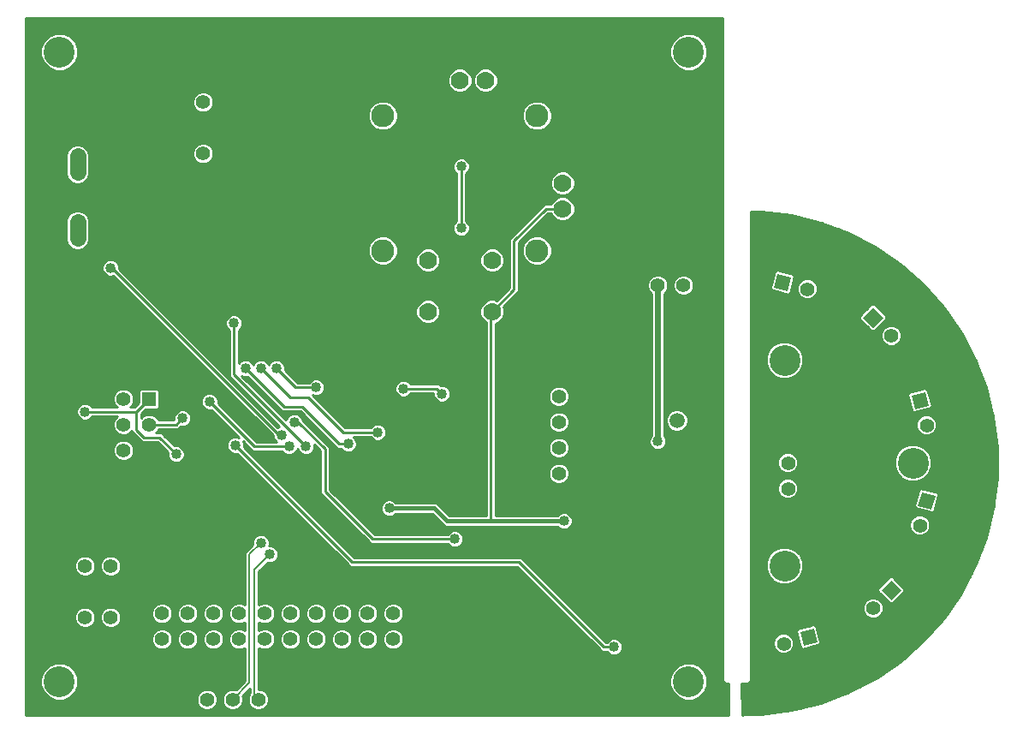
<source format=gbl>
G75*
G70*
%OFA0B0*%
%FSLAX24Y24*%
%IPPOS*%
%LPD*%
%AMOC8*
5,1,8,0,0,1.08239X$1,22.5*
%
%ADD10R,0.0555X0.0555*%
%ADD11C,0.0555*%
%ADD12R,0.0555X0.0555*%
%ADD13C,0.1200*%
%ADD14C,0.0594*%
%ADD15C,0.0900*%
%ADD16C,0.0700*%
%ADD17C,0.0640*%
%ADD18C,0.0100*%
%ADD19C,0.0400*%
%ADD20C,0.0160*%
%ADD21C,0.0240*%
%ADD22C,0.0080*%
%ADD23C,0.0120*%
D10*
X005150Y013474D03*
D11*
X004150Y013474D03*
X004150Y012474D03*
X005150Y012474D03*
X005150Y011474D03*
X004150Y011474D03*
X003650Y006974D03*
X002650Y006974D03*
X001650Y006974D03*
X001650Y004974D03*
X002650Y004974D03*
X003650Y004974D03*
X005650Y005124D03*
X006650Y005124D03*
X006650Y004124D03*
X005650Y004124D03*
X005650Y003124D03*
X006650Y003124D03*
X007650Y003124D03*
X008650Y003124D03*
X009650Y003124D03*
X010650Y003124D03*
X011650Y003124D03*
X012650Y003124D03*
X013650Y003124D03*
X014650Y003124D03*
X014650Y004124D03*
X013650Y004124D03*
X012650Y004124D03*
X011650Y004124D03*
X010650Y004124D03*
X009650Y004124D03*
X008650Y004124D03*
X007650Y004124D03*
X007650Y005124D03*
X008650Y005124D03*
X009650Y005124D03*
X010650Y005124D03*
X011650Y005124D03*
X012650Y005124D03*
X013650Y005124D03*
X014650Y005124D03*
X010400Y001774D03*
X009400Y001774D03*
X008400Y001774D03*
X007400Y001774D03*
X021100Y010574D03*
X021100Y011574D03*
X021100Y012574D03*
X021100Y013574D03*
X023950Y017899D03*
X024950Y017899D03*
X025950Y017899D03*
X030783Y017745D03*
X034056Y015923D03*
X035429Y012441D03*
X035171Y008541D03*
X033349Y005318D03*
X029867Y003945D03*
X030025Y009974D03*
X030025Y010974D03*
X030025Y011974D03*
X007250Y023024D03*
X007250Y025024D03*
D12*
G36*
X030012Y017665D02*
X029478Y017809D01*
X029622Y018343D01*
X030156Y018199D01*
X030012Y017665D01*
G37*
G36*
X033349Y016239D02*
X032958Y016630D01*
X033349Y017021D01*
X033740Y016630D01*
X033349Y016239D01*
G37*
G36*
X034976Y013068D02*
X034832Y013602D01*
X035366Y013746D01*
X035510Y013212D01*
X034976Y013068D01*
G37*
G36*
X035090Y009312D02*
X035234Y009846D01*
X035768Y009702D01*
X035624Y009168D01*
X035090Y009312D01*
G37*
G36*
X033665Y006025D02*
X034056Y006416D01*
X034447Y006025D01*
X034056Y005634D01*
X033665Y006025D01*
G37*
G36*
X030494Y004399D02*
X031028Y004543D01*
X031172Y004009D01*
X030638Y003865D01*
X030494Y004399D01*
G37*
D13*
X029900Y006974D03*
X034900Y010974D03*
X029900Y014974D03*
X026150Y026974D03*
X001650Y026974D03*
X001650Y002474D03*
X026150Y002474D03*
D14*
X025700Y012640D03*
X025700Y014608D03*
D15*
X020250Y019249D03*
X020250Y024499D03*
X014250Y024499D03*
X014250Y019249D03*
D16*
X016000Y018874D03*
X016000Y016874D03*
X018500Y016874D03*
X018500Y018874D03*
X021250Y020874D03*
X021250Y021874D03*
X021250Y022874D03*
X018250Y025874D03*
X017250Y025874D03*
X016250Y025874D03*
D17*
X004140Y022924D02*
X004140Y022284D01*
X002360Y022284D02*
X002360Y022924D01*
X002360Y020364D02*
X002360Y019724D01*
X004140Y019724D02*
X004140Y020364D01*
D18*
X000340Y028284D02*
X000340Y001164D01*
X027700Y001164D01*
X027700Y002384D01*
X027571Y002384D01*
X027460Y002495D01*
X027460Y028284D01*
X000340Y028284D01*
X000340Y028259D02*
X027460Y028259D01*
X027460Y028160D02*
X000340Y028160D01*
X000340Y028062D02*
X027460Y028062D01*
X027460Y027963D02*
X000340Y027963D01*
X000340Y027865D02*
X027460Y027865D01*
X027460Y027766D02*
X000340Y027766D01*
X000340Y027668D02*
X001417Y027668D01*
X001505Y027704D02*
X001236Y027593D01*
X001031Y027388D01*
X000920Y027119D01*
X000920Y026829D01*
X001031Y026561D01*
X001236Y026355D01*
X001505Y026244D01*
X001795Y026244D01*
X002064Y026355D01*
X002269Y026561D01*
X002380Y026829D01*
X002380Y027119D01*
X002269Y027388D01*
X002064Y027593D01*
X001795Y027704D01*
X001505Y027704D01*
X001213Y027569D02*
X000340Y027569D01*
X000340Y027471D02*
X001114Y027471D01*
X001025Y027372D02*
X000340Y027372D01*
X000340Y027274D02*
X000984Y027274D01*
X000943Y027175D02*
X000340Y027175D01*
X000340Y027077D02*
X000920Y027077D01*
X000920Y026978D02*
X000340Y026978D01*
X000340Y026880D02*
X000920Y026880D01*
X000940Y026781D02*
X000340Y026781D01*
X000340Y026683D02*
X000981Y026683D01*
X001021Y026584D02*
X000340Y026584D01*
X000340Y026486D02*
X001106Y026486D01*
X001205Y026387D02*
X000340Y026387D01*
X000340Y026289D02*
X001397Y026289D01*
X001903Y026289D02*
X016997Y026289D01*
X016978Y026281D02*
X016843Y026146D01*
X016770Y025970D01*
X016770Y025779D01*
X016843Y025602D01*
X016978Y025467D01*
X017155Y025394D01*
X017345Y025394D01*
X017522Y025467D01*
X017657Y025602D01*
X017730Y025779D01*
X017730Y025970D01*
X017657Y026146D01*
X017522Y026281D01*
X017345Y026354D01*
X017155Y026354D01*
X016978Y026281D01*
X016887Y026190D02*
X000340Y026190D01*
X000340Y026092D02*
X016821Y026092D01*
X016780Y025993D02*
X000340Y025993D01*
X000340Y025895D02*
X016770Y025895D01*
X016770Y025796D02*
X000340Y025796D01*
X000340Y025698D02*
X016804Y025698D01*
X016846Y025599D02*
X000340Y025599D01*
X000340Y025501D02*
X016945Y025501D01*
X017135Y025402D02*
X007402Y025402D01*
X007331Y025432D02*
X007169Y025432D01*
X007019Y025370D01*
X006905Y025255D01*
X006843Y025105D01*
X006843Y024943D01*
X006905Y024793D01*
X007019Y024679D01*
X007169Y024617D01*
X007331Y024617D01*
X007481Y024679D01*
X007595Y024793D01*
X007657Y024943D01*
X007657Y025105D01*
X007595Y025255D01*
X007481Y025370D01*
X007331Y025432D01*
X007098Y025402D02*
X000340Y025402D01*
X000340Y025304D02*
X006953Y025304D01*
X006884Y025205D02*
X000340Y025205D01*
X000340Y025107D02*
X006843Y025107D01*
X006843Y025008D02*
X000340Y025008D01*
X000340Y024910D02*
X006856Y024910D01*
X006897Y024811D02*
X000340Y024811D01*
X000340Y024713D02*
X006985Y024713D01*
X007515Y024713D02*
X013711Y024713D01*
X013751Y024811D02*
X007603Y024811D01*
X007644Y024910D02*
X013840Y024910D01*
X013921Y024991D02*
X013758Y024828D01*
X013670Y024615D01*
X013670Y024384D01*
X013758Y024171D01*
X013921Y024007D01*
X014135Y023919D01*
X014365Y023919D01*
X014579Y024007D01*
X014742Y024171D01*
X014830Y024384D01*
X014830Y024615D01*
X014742Y024828D01*
X014579Y024991D01*
X014365Y025079D01*
X014135Y025079D01*
X013921Y024991D01*
X013963Y025008D02*
X007657Y025008D01*
X007657Y025107D02*
X027460Y025107D01*
X027460Y025205D02*
X007616Y025205D01*
X007547Y025304D02*
X027460Y025304D01*
X027460Y025402D02*
X018365Y025402D01*
X018345Y025394D02*
X018522Y025467D01*
X018657Y025602D01*
X018730Y025779D01*
X018730Y025970D01*
X018657Y026146D01*
X018522Y026281D01*
X018345Y026354D01*
X018155Y026354D01*
X017978Y026281D01*
X017843Y026146D01*
X017770Y025970D01*
X017770Y025779D01*
X017843Y025602D01*
X017978Y025467D01*
X018155Y025394D01*
X018345Y025394D01*
X018135Y025402D02*
X017365Y025402D01*
X017555Y025501D02*
X017945Y025501D01*
X017846Y025599D02*
X017654Y025599D01*
X017696Y025698D02*
X017804Y025698D01*
X017770Y025796D02*
X017730Y025796D01*
X017730Y025895D02*
X017770Y025895D01*
X017780Y025993D02*
X017720Y025993D01*
X017679Y026092D02*
X017821Y026092D01*
X017887Y026190D02*
X017613Y026190D01*
X017503Y026289D02*
X017997Y026289D01*
X018503Y026289D02*
X025897Y026289D01*
X026005Y026244D02*
X026295Y026244D01*
X026564Y026355D01*
X026769Y026561D01*
X026880Y026829D01*
X026880Y027119D01*
X026769Y027388D01*
X026564Y027593D01*
X026295Y027704D01*
X026005Y027704D01*
X025736Y027593D01*
X025531Y027388D01*
X025420Y027119D01*
X025420Y026829D01*
X025531Y026561D01*
X025736Y026355D01*
X026005Y026244D01*
X025705Y026387D02*
X002095Y026387D01*
X002194Y026486D02*
X025606Y026486D01*
X025521Y026584D02*
X002279Y026584D01*
X002319Y026683D02*
X025481Y026683D01*
X025440Y026781D02*
X002360Y026781D01*
X002380Y026880D02*
X025420Y026880D01*
X025420Y026978D02*
X002380Y026978D01*
X002380Y027077D02*
X025420Y027077D01*
X025443Y027175D02*
X002357Y027175D01*
X002316Y027274D02*
X025484Y027274D01*
X025525Y027372D02*
X002275Y027372D01*
X002186Y027471D02*
X025614Y027471D01*
X025713Y027569D02*
X002087Y027569D01*
X001883Y027668D02*
X025917Y027668D01*
X026383Y027668D02*
X027460Y027668D01*
X027460Y027569D02*
X026587Y027569D01*
X026686Y027471D02*
X027460Y027471D01*
X027460Y027372D02*
X026775Y027372D01*
X026816Y027274D02*
X027460Y027274D01*
X027460Y027175D02*
X026857Y027175D01*
X026880Y027077D02*
X027460Y027077D01*
X027460Y026978D02*
X026880Y026978D01*
X026880Y026880D02*
X027460Y026880D01*
X027460Y026781D02*
X026860Y026781D01*
X026819Y026683D02*
X027460Y026683D01*
X027460Y026584D02*
X026779Y026584D01*
X026694Y026486D02*
X027460Y026486D01*
X027460Y026387D02*
X026595Y026387D01*
X026403Y026289D02*
X027460Y026289D01*
X027460Y026190D02*
X018613Y026190D01*
X018679Y026092D02*
X027460Y026092D01*
X027460Y025993D02*
X018720Y025993D01*
X018730Y025895D02*
X027460Y025895D01*
X027460Y025796D02*
X018730Y025796D01*
X018696Y025698D02*
X027460Y025698D01*
X027460Y025599D02*
X018654Y025599D01*
X018555Y025501D02*
X027460Y025501D01*
X027460Y025008D02*
X020537Y025008D01*
X020579Y024991D02*
X020365Y025079D01*
X020135Y025079D01*
X019921Y024991D01*
X019758Y024828D01*
X019670Y024615D01*
X019670Y024384D01*
X019758Y024171D01*
X019921Y024007D01*
X020135Y023919D01*
X020365Y023919D01*
X020579Y024007D01*
X020742Y024171D01*
X020830Y024384D01*
X020830Y024615D01*
X020742Y024828D01*
X020579Y024991D01*
X020660Y024910D02*
X027460Y024910D01*
X027460Y024811D02*
X020749Y024811D01*
X020789Y024713D02*
X027460Y024713D01*
X027460Y024614D02*
X020830Y024614D01*
X020830Y024516D02*
X027460Y024516D01*
X027460Y024417D02*
X020830Y024417D01*
X020803Y024319D02*
X027460Y024319D01*
X027460Y024220D02*
X020762Y024220D01*
X020693Y024122D02*
X027460Y024122D01*
X027460Y024023D02*
X020594Y024023D01*
X020379Y023925D02*
X027460Y023925D01*
X027460Y023826D02*
X000340Y023826D01*
X000340Y023728D02*
X027460Y023728D01*
X027460Y023629D02*
X000340Y023629D01*
X000340Y023531D02*
X027460Y023531D01*
X027460Y023432D02*
X000340Y023432D01*
X000340Y023334D02*
X002173Y023334D01*
X002105Y023306D02*
X001979Y023179D01*
X001910Y023014D01*
X001910Y022195D01*
X001979Y022029D01*
X002105Y021903D01*
X002270Y021834D01*
X002450Y021834D01*
X002615Y021903D01*
X002741Y022029D01*
X002810Y022195D01*
X002810Y023014D01*
X002741Y023179D01*
X002615Y023306D01*
X002450Y023374D01*
X002270Y023374D01*
X002105Y023306D01*
X002035Y023235D02*
X000340Y023235D01*
X000340Y023137D02*
X001961Y023137D01*
X001920Y023038D02*
X000340Y023038D01*
X000340Y022940D02*
X001910Y022940D01*
X001910Y022841D02*
X000340Y022841D01*
X000340Y022743D02*
X001910Y022743D01*
X001910Y022644D02*
X000340Y022644D01*
X000340Y022546D02*
X001910Y022546D01*
X001910Y022447D02*
X000340Y022447D01*
X000340Y022349D02*
X001910Y022349D01*
X001910Y022250D02*
X000340Y022250D01*
X000340Y022152D02*
X001928Y022152D01*
X001969Y022053D02*
X000340Y022053D01*
X000340Y021955D02*
X002053Y021955D01*
X002217Y021856D02*
X000340Y021856D01*
X000340Y021758D02*
X017120Y021758D01*
X017120Y021856D02*
X002503Y021856D01*
X002667Y021955D02*
X017120Y021955D01*
X017120Y022053D02*
X002751Y022053D01*
X002792Y022152D02*
X017120Y022152D01*
X017120Y022242D02*
X017120Y020407D01*
X017113Y020404D01*
X017020Y020311D01*
X016970Y020190D01*
X016970Y020058D01*
X017020Y019937D01*
X017113Y019844D01*
X017234Y019794D01*
X017366Y019794D01*
X017487Y019844D01*
X017580Y019937D01*
X017630Y020058D01*
X017630Y020190D01*
X017580Y020311D01*
X017487Y020404D01*
X017480Y020407D01*
X017480Y022242D01*
X017487Y022244D01*
X017580Y022337D01*
X017630Y022458D01*
X017630Y022590D01*
X017580Y022711D01*
X017487Y022804D01*
X017366Y022854D01*
X017234Y022854D01*
X017113Y022804D01*
X017020Y022711D01*
X016970Y022590D01*
X016970Y022458D01*
X017020Y022337D01*
X017113Y022244D01*
X017120Y022242D01*
X017107Y022250D02*
X002810Y022250D01*
X002810Y022349D02*
X017015Y022349D01*
X016975Y022447D02*
X002810Y022447D01*
X002810Y022546D02*
X016970Y022546D01*
X016993Y022644D02*
X007398Y022644D01*
X007331Y022617D02*
X007481Y022679D01*
X007595Y022793D01*
X007657Y022943D01*
X007657Y023105D01*
X007595Y023255D01*
X007481Y023370D01*
X007331Y023432D01*
X007169Y023432D01*
X007019Y023370D01*
X006905Y023255D01*
X006843Y023105D01*
X006843Y022943D01*
X006905Y022793D01*
X007019Y022679D01*
X007169Y022617D01*
X007331Y022617D01*
X007102Y022644D02*
X002810Y022644D01*
X002810Y022743D02*
X006955Y022743D01*
X006885Y022841D02*
X002810Y022841D01*
X002810Y022940D02*
X006844Y022940D01*
X006843Y023038D02*
X002800Y023038D01*
X002759Y023137D02*
X006856Y023137D01*
X006896Y023235D02*
X002685Y023235D01*
X002547Y023334D02*
X006983Y023334D01*
X007517Y023334D02*
X027460Y023334D01*
X027460Y023235D02*
X007604Y023235D01*
X007644Y023137D02*
X027460Y023137D01*
X027460Y023038D02*
X007657Y023038D01*
X007656Y022940D02*
X027460Y022940D01*
X027460Y022841D02*
X017397Y022841D01*
X017548Y022743D02*
X027460Y022743D01*
X027460Y022644D02*
X017607Y022644D01*
X017630Y022546D02*
X027460Y022546D01*
X027460Y022447D02*
X017625Y022447D01*
X017585Y022349D02*
X021141Y022349D01*
X021155Y022354D02*
X020978Y022281D01*
X020843Y022146D01*
X020770Y021970D01*
X020770Y021779D01*
X020843Y021602D01*
X020978Y021467D01*
X021155Y021394D01*
X021345Y021394D01*
X021522Y021467D01*
X021657Y021602D01*
X021730Y021779D01*
X021730Y021970D01*
X021657Y022146D01*
X021522Y022281D01*
X021345Y022354D01*
X021155Y022354D01*
X021359Y022349D02*
X027460Y022349D01*
X027460Y022250D02*
X021553Y022250D01*
X021651Y022152D02*
X027460Y022152D01*
X027460Y022053D02*
X021695Y022053D01*
X021730Y021955D02*
X027460Y021955D01*
X027460Y021856D02*
X021730Y021856D01*
X021721Y021758D02*
X027460Y021758D01*
X027460Y021659D02*
X021681Y021659D01*
X021615Y021561D02*
X027460Y021561D01*
X027460Y021462D02*
X021510Y021462D01*
X021522Y021281D02*
X021345Y021354D01*
X021155Y021354D01*
X020978Y021281D01*
X020843Y021146D01*
X020805Y021054D01*
X020525Y021054D01*
X019275Y019804D01*
X019170Y019699D01*
X019170Y017799D01*
X018687Y017316D01*
X018595Y017354D01*
X018405Y017354D01*
X018228Y017281D01*
X018093Y017146D01*
X018020Y016970D01*
X018020Y016779D01*
X018093Y016602D01*
X018228Y016467D01*
X018270Y016450D01*
X018270Y008934D01*
X016837Y008934D01*
X016460Y009311D01*
X016460Y009311D01*
X016337Y009434D01*
X014757Y009434D01*
X014687Y009504D01*
X014566Y009554D01*
X014434Y009554D01*
X014313Y009504D01*
X014220Y009411D01*
X014170Y009290D01*
X014170Y009158D01*
X014220Y009037D01*
X014313Y008944D01*
X014434Y008894D01*
X014566Y008894D01*
X014687Y008944D01*
X014757Y009014D01*
X016163Y009014D01*
X016663Y008514D01*
X021043Y008514D01*
X021113Y008444D01*
X021234Y008394D01*
X021366Y008394D01*
X021487Y008444D01*
X021580Y008537D01*
X021630Y008658D01*
X021630Y008790D01*
X021580Y008911D01*
X021487Y009004D01*
X021366Y009054D01*
X021234Y009054D01*
X021113Y009004D01*
X021043Y008934D01*
X018630Y008934D01*
X018630Y016408D01*
X018772Y016467D01*
X018907Y016602D01*
X018980Y016779D01*
X018980Y016970D01*
X018942Y017062D01*
X019530Y017650D01*
X019530Y019550D01*
X020675Y020694D01*
X020805Y020694D01*
X020843Y020602D01*
X020978Y020467D01*
X021155Y020394D01*
X021345Y020394D01*
X021522Y020467D01*
X021657Y020602D01*
X021730Y020779D01*
X021730Y020970D01*
X027460Y020970D01*
X027460Y021068D02*
X021689Y021068D01*
X021657Y021146D02*
X021522Y021281D01*
X021538Y021265D02*
X027460Y021265D01*
X027460Y021167D02*
X021636Y021167D01*
X021657Y021146D02*
X021730Y020970D01*
X021730Y020871D02*
X027460Y020871D01*
X027460Y020773D02*
X021728Y020773D01*
X021687Y020674D02*
X027460Y020674D01*
X027460Y020576D02*
X021630Y020576D01*
X021532Y020477D02*
X027460Y020477D01*
X027460Y020379D02*
X020359Y020379D01*
X020458Y020477D02*
X020968Y020477D01*
X020870Y020576D02*
X020556Y020576D01*
X020655Y020674D02*
X020813Y020674D01*
X020600Y020874D02*
X019350Y019624D01*
X019350Y017724D01*
X018500Y016874D01*
X018450Y016824D01*
X018450Y008724D01*
X018630Y008953D02*
X021062Y008953D01*
X021227Y009051D02*
X018630Y009051D01*
X018630Y009150D02*
X027460Y009150D01*
X027460Y009248D02*
X018630Y009248D01*
X018630Y009347D02*
X027460Y009347D01*
X027460Y009445D02*
X018630Y009445D01*
X018630Y009544D02*
X027460Y009544D01*
X027460Y009642D02*
X018630Y009642D01*
X018630Y009741D02*
X027460Y009741D01*
X027460Y009839D02*
X018630Y009839D01*
X018630Y009938D02*
X027460Y009938D01*
X027460Y010036D02*
X018630Y010036D01*
X018630Y010135D02*
X027460Y010135D01*
X027460Y010233D02*
X021335Y010233D01*
X021331Y010229D02*
X021445Y010343D01*
X021507Y010493D01*
X021507Y010655D01*
X021445Y010805D01*
X021331Y010920D01*
X021181Y010982D01*
X021019Y010982D01*
X020869Y010920D01*
X020755Y010805D01*
X020693Y010655D01*
X020693Y010493D01*
X020755Y010343D01*
X020869Y010229D01*
X021019Y010167D01*
X021181Y010167D01*
X021331Y010229D01*
X021434Y010332D02*
X027460Y010332D01*
X027460Y010430D02*
X021481Y010430D01*
X021507Y010529D02*
X027460Y010529D01*
X027460Y010627D02*
X021507Y010627D01*
X021478Y010726D02*
X027460Y010726D01*
X027460Y010824D02*
X021426Y010824D01*
X021323Y010923D02*
X027460Y010923D01*
X027460Y011021D02*
X018630Y011021D01*
X018630Y010923D02*
X020877Y010923D01*
X020774Y010824D02*
X018630Y010824D01*
X018630Y010726D02*
X020722Y010726D01*
X020693Y010627D02*
X018630Y010627D01*
X018630Y010529D02*
X020693Y010529D01*
X020719Y010430D02*
X018630Y010430D01*
X018630Y010332D02*
X020766Y010332D01*
X020865Y010233D02*
X018630Y010233D01*
X018270Y010233D02*
X012180Y010233D01*
X012180Y010135D02*
X018270Y010135D01*
X018270Y010036D02*
X012180Y010036D01*
X012180Y009949D02*
X012180Y011599D01*
X012075Y011704D01*
X011124Y012655D01*
X011080Y012761D01*
X010987Y012854D01*
X010866Y012904D01*
X010734Y012904D01*
X010613Y012854D01*
X010520Y012761D01*
X010476Y012653D01*
X008749Y014379D01*
X008834Y014344D01*
X008966Y014344D01*
X008973Y014347D01*
X010220Y013100D01*
X010325Y012994D01*
X011025Y012994D01*
X012475Y011544D01*
X012617Y011544D01*
X012620Y011537D01*
X012713Y011444D01*
X012834Y011394D01*
X012966Y011394D01*
X013087Y011444D01*
X013180Y011537D01*
X013230Y011658D01*
X013230Y011790D01*
X013180Y011911D01*
X013097Y011994D01*
X013767Y011994D01*
X013770Y011987D01*
X013863Y011894D01*
X013984Y011844D01*
X014116Y011844D01*
X014237Y011894D01*
X014330Y011987D01*
X014380Y012108D01*
X014380Y012240D01*
X014330Y012361D01*
X014237Y012454D01*
X014116Y012504D01*
X013984Y012504D01*
X013863Y012454D01*
X013770Y012361D01*
X013767Y012354D01*
X012775Y012354D01*
X011499Y013629D01*
X011584Y013594D01*
X011716Y013594D01*
X011837Y013644D01*
X011930Y013737D01*
X011980Y013858D01*
X011980Y013990D01*
X011930Y014111D01*
X011837Y014204D01*
X011716Y014254D01*
X011584Y014254D01*
X011463Y014204D01*
X011370Y014111D01*
X011367Y014104D01*
X010925Y014104D01*
X010427Y014602D01*
X010430Y014608D01*
X010430Y014740D01*
X010380Y014861D01*
X010287Y014954D01*
X010166Y015004D01*
X010034Y015004D01*
X009913Y014954D01*
X009820Y014861D01*
X009800Y014812D01*
X009780Y014861D01*
X009687Y014954D01*
X009566Y015004D01*
X009434Y015004D01*
X009313Y014954D01*
X009220Y014861D01*
X009200Y014812D01*
X009180Y014861D01*
X009087Y014954D01*
X008966Y015004D01*
X008834Y015004D01*
X008713Y014954D01*
X008630Y014871D01*
X008630Y016142D01*
X008637Y016144D01*
X008730Y016237D01*
X008780Y016358D01*
X008780Y016490D01*
X008730Y016611D01*
X008637Y016704D01*
X008516Y016754D01*
X008384Y016754D01*
X008263Y016704D01*
X008170Y016611D01*
X008120Y016490D01*
X008120Y016358D01*
X008170Y016237D01*
X008263Y016144D01*
X008270Y016142D01*
X008270Y014350D01*
X008375Y014244D01*
X008375Y014244D01*
X010221Y012399D01*
X010157Y012372D01*
X003980Y018549D01*
X003980Y018640D01*
X003930Y018761D01*
X003837Y018854D01*
X003716Y018904D01*
X003584Y018904D01*
X003463Y018854D01*
X003370Y018761D01*
X003320Y018640D01*
X003320Y018508D01*
X003370Y018387D01*
X003463Y018294D01*
X003584Y018244D01*
X003716Y018244D01*
X003758Y018262D01*
X009970Y012050D01*
X009970Y012008D01*
X010020Y011887D01*
X010103Y011804D01*
X009325Y011804D01*
X007827Y013302D01*
X007830Y013308D01*
X007830Y013440D01*
X007780Y013561D01*
X007687Y013654D01*
X007566Y013704D01*
X007434Y013704D01*
X007313Y013654D01*
X007220Y013561D01*
X007170Y013440D01*
X007170Y013308D01*
X007220Y013187D01*
X007313Y013094D01*
X007434Y013044D01*
X007566Y013044D01*
X007573Y013047D01*
X008651Y011969D01*
X008566Y012004D01*
X008434Y012004D01*
X008313Y011954D01*
X008220Y011861D01*
X008170Y011740D01*
X008170Y011608D01*
X008220Y011487D01*
X008313Y011394D01*
X008434Y011344D01*
X008566Y011344D01*
X008573Y011347D01*
X012870Y007050D01*
X012975Y006944D01*
X019475Y006944D01*
X022670Y003750D01*
X022775Y003644D01*
X022967Y003644D01*
X022970Y003637D01*
X023063Y003544D01*
X023184Y003494D01*
X023316Y003494D01*
X023437Y003544D01*
X023530Y003637D01*
X023580Y003758D01*
X023580Y003890D01*
X023530Y004011D01*
X023437Y004104D01*
X023316Y004154D01*
X023184Y004154D01*
X023063Y004104D01*
X022970Y004011D01*
X022967Y004004D01*
X022925Y004004D01*
X019625Y007304D01*
X013125Y007304D01*
X008827Y011602D01*
X008830Y011608D01*
X008830Y011740D01*
X008795Y011825D01*
X009175Y011444D01*
X010317Y011444D01*
X010320Y011437D01*
X010413Y011344D01*
X010534Y011294D01*
X010666Y011294D01*
X010787Y011344D01*
X010880Y011437D01*
X010925Y011546D01*
X010970Y011437D01*
X011063Y011344D01*
X011184Y011294D01*
X011316Y011294D01*
X011437Y011344D01*
X011530Y011437D01*
X011580Y011558D01*
X011580Y011690D01*
X011820Y011450D01*
X011820Y009800D01*
X013670Y007950D01*
X013775Y007844D01*
X016767Y007844D01*
X016770Y007837D01*
X016863Y007744D01*
X016984Y007694D01*
X017116Y007694D01*
X017237Y007744D01*
X017330Y007837D01*
X017380Y007958D01*
X017380Y008090D01*
X017330Y008211D01*
X017237Y008304D01*
X017116Y008354D01*
X016984Y008354D01*
X016863Y008304D01*
X016770Y008211D01*
X016767Y008204D01*
X013925Y008204D01*
X012180Y009949D01*
X012191Y009938D02*
X018270Y009938D01*
X018270Y009839D02*
X012290Y009839D01*
X012388Y009741D02*
X018270Y009741D01*
X018270Y009642D02*
X012487Y009642D01*
X012585Y009544D02*
X014409Y009544D01*
X014591Y009544D02*
X018270Y009544D01*
X018270Y009445D02*
X014746Y009445D01*
X014254Y009445D02*
X012684Y009445D01*
X012782Y009347D02*
X014194Y009347D01*
X014170Y009248D02*
X012881Y009248D01*
X012979Y009150D02*
X014174Y009150D01*
X014214Y009051D02*
X013078Y009051D01*
X013176Y008953D02*
X014305Y008953D01*
X014695Y008953D02*
X016224Y008953D01*
X016323Y008854D02*
X013275Y008854D01*
X013373Y008756D02*
X016421Y008756D01*
X016520Y008657D02*
X013472Y008657D01*
X013570Y008559D02*
X016618Y008559D01*
X016822Y008263D02*
X013866Y008263D01*
X013767Y008362D02*
X027460Y008362D01*
X027460Y008460D02*
X021503Y008460D01*
X021589Y008559D02*
X027460Y008559D01*
X027460Y008657D02*
X021629Y008657D01*
X021630Y008756D02*
X027460Y008756D01*
X027460Y008854D02*
X021603Y008854D01*
X021538Y008953D02*
X027460Y008953D01*
X027460Y009051D02*
X021373Y009051D01*
X021097Y008460D02*
X013669Y008460D01*
X013455Y008165D02*
X012264Y008165D01*
X012166Y008263D02*
X013356Y008263D01*
X013258Y008362D02*
X012067Y008362D01*
X011969Y008460D02*
X013159Y008460D01*
X013061Y008559D02*
X011870Y008559D01*
X011772Y008657D02*
X012962Y008657D01*
X012864Y008756D02*
X011673Y008756D01*
X011575Y008854D02*
X012765Y008854D01*
X012667Y008953D02*
X011476Y008953D01*
X011378Y009051D02*
X012568Y009051D01*
X012470Y009150D02*
X011279Y009150D01*
X011181Y009248D02*
X012371Y009248D01*
X012273Y009347D02*
X011082Y009347D01*
X010984Y009445D02*
X012174Y009445D01*
X012076Y009544D02*
X010885Y009544D01*
X010787Y009642D02*
X011977Y009642D01*
X011879Y009741D02*
X010688Y009741D01*
X010590Y009839D02*
X011820Y009839D01*
X011820Y009938D02*
X010491Y009938D01*
X010393Y010036D02*
X011820Y010036D01*
X011820Y010135D02*
X010294Y010135D01*
X010196Y010233D02*
X011820Y010233D01*
X011820Y010332D02*
X010097Y010332D01*
X009999Y010430D02*
X011820Y010430D01*
X011820Y010529D02*
X009900Y010529D01*
X009802Y010627D02*
X011820Y010627D01*
X011820Y010726D02*
X009703Y010726D01*
X009605Y010824D02*
X011820Y010824D01*
X011820Y010923D02*
X009506Y010923D01*
X009408Y011021D02*
X011820Y011021D01*
X011820Y011120D02*
X009309Y011120D01*
X009211Y011218D02*
X011820Y011218D01*
X011820Y011317D02*
X011370Y011317D01*
X011508Y011415D02*
X011820Y011415D01*
X011756Y011514D02*
X011561Y011514D01*
X011580Y011612D02*
X011657Y011612D01*
X012000Y011524D02*
X012000Y009874D01*
X013850Y008024D01*
X017050Y008024D01*
X017278Y008263D02*
X027460Y008263D01*
X027460Y008165D02*
X017349Y008165D01*
X017380Y008066D02*
X027460Y008066D01*
X027460Y007968D02*
X017380Y007968D01*
X017343Y007869D02*
X027460Y007869D01*
X027460Y007771D02*
X017263Y007771D01*
X016837Y007771D02*
X012658Y007771D01*
X012560Y007869D02*
X013750Y007869D01*
X013652Y007968D02*
X012461Y007968D01*
X012363Y008066D02*
X013553Y008066D01*
X012954Y007475D02*
X027460Y007475D01*
X027460Y007377D02*
X013052Y007377D01*
X013050Y007124D02*
X019550Y007124D01*
X022850Y003824D01*
X023250Y003824D01*
X023580Y003831D02*
X027460Y003831D01*
X027460Y003929D02*
X023564Y003929D01*
X023513Y004028D02*
X027460Y004028D01*
X027460Y004126D02*
X023383Y004126D01*
X023117Y004126D02*
X022803Y004126D01*
X022901Y004028D02*
X022987Y004028D01*
X022704Y004225D02*
X027460Y004225D01*
X027460Y004323D02*
X022606Y004323D01*
X022507Y004422D02*
X027460Y004422D01*
X027460Y004520D02*
X022409Y004520D01*
X022310Y004619D02*
X027460Y004619D01*
X027460Y004717D02*
X022212Y004717D01*
X022113Y004816D02*
X027460Y004816D01*
X027460Y004914D02*
X022015Y004914D01*
X021916Y005013D02*
X027460Y005013D01*
X027460Y005111D02*
X021818Y005111D01*
X021719Y005210D02*
X027460Y005210D01*
X027460Y005308D02*
X021621Y005308D01*
X021522Y005407D02*
X027460Y005407D01*
X027460Y005505D02*
X021424Y005505D01*
X021325Y005604D02*
X027460Y005604D01*
X027460Y005702D02*
X021227Y005702D01*
X021128Y005801D02*
X027460Y005801D01*
X027460Y005899D02*
X021030Y005899D01*
X020931Y005998D02*
X027460Y005998D01*
X027460Y006096D02*
X020833Y006096D01*
X020734Y006195D02*
X027460Y006195D01*
X027460Y006293D02*
X020636Y006293D01*
X020537Y006392D02*
X027460Y006392D01*
X027460Y006490D02*
X020439Y006490D01*
X020340Y006589D02*
X027460Y006589D01*
X027460Y006687D02*
X020242Y006687D01*
X020143Y006786D02*
X027460Y006786D01*
X027460Y006884D02*
X020045Y006884D01*
X019946Y006983D02*
X027460Y006983D01*
X027460Y007081D02*
X019848Y007081D01*
X019749Y007180D02*
X027460Y007180D01*
X027460Y007278D02*
X019651Y007278D01*
X019535Y006884D02*
X009550Y006884D01*
X009452Y006786D02*
X019634Y006786D01*
X019732Y006687D02*
X009420Y006687D01*
X009420Y006754D02*
X009767Y007101D01*
X009784Y007094D01*
X009916Y007094D01*
X010037Y007144D01*
X010130Y007237D01*
X010180Y007358D01*
X010180Y007490D01*
X010130Y007611D01*
X010037Y007704D01*
X009916Y007754D01*
X009807Y007754D01*
X009830Y007808D01*
X009830Y007940D01*
X009780Y008061D01*
X009687Y008154D01*
X009566Y008204D01*
X009434Y008204D01*
X009313Y008154D01*
X009220Y008061D01*
X009170Y007940D01*
X009170Y007808D01*
X009177Y007792D01*
X008980Y007594D01*
X008880Y007495D01*
X008880Y005470D01*
X008731Y005532D01*
X008569Y005532D01*
X008419Y005470D01*
X008305Y005355D01*
X008243Y005205D01*
X008243Y005043D01*
X008305Y004893D01*
X008419Y004779D01*
X008569Y004717D01*
X008731Y004717D01*
X008880Y004778D01*
X008880Y004470D01*
X008731Y004532D01*
X008569Y004532D01*
X008419Y004470D01*
X008305Y004355D01*
X008243Y004205D01*
X008243Y004043D01*
X008305Y003893D01*
X008419Y003779D01*
X008569Y003717D01*
X008731Y003717D01*
X008880Y003778D01*
X008880Y002495D01*
X008542Y002156D01*
X008481Y002182D01*
X008319Y002182D01*
X008169Y002120D01*
X008055Y002005D01*
X007993Y001855D01*
X007993Y001693D01*
X008055Y001543D01*
X008169Y001429D01*
X008319Y001367D01*
X008481Y001367D01*
X008631Y001429D01*
X008745Y001543D01*
X008807Y001693D01*
X008807Y001855D01*
X008782Y001916D01*
X009080Y002214D01*
X009080Y002030D01*
X009055Y002005D01*
X008993Y001855D01*
X008993Y001693D01*
X009055Y001543D01*
X009169Y001429D01*
X009319Y001367D01*
X009481Y001367D01*
X009631Y001429D01*
X009745Y001543D01*
X009807Y001693D01*
X009807Y001855D01*
X009745Y002005D01*
X009631Y002120D01*
X009481Y002182D01*
X009420Y002182D01*
X009420Y003778D01*
X009569Y003717D01*
X009731Y003717D01*
X009881Y003779D01*
X009995Y003893D01*
X010057Y004043D01*
X010057Y004205D01*
X009995Y004355D01*
X009881Y004470D01*
X009731Y004532D01*
X009569Y004532D01*
X009420Y004470D01*
X009420Y004778D01*
X009569Y004717D01*
X009731Y004717D01*
X009881Y004779D01*
X009995Y004893D01*
X010057Y005043D01*
X010057Y005205D01*
X009995Y005355D01*
X009881Y005470D01*
X009731Y005532D01*
X009569Y005532D01*
X009420Y005470D01*
X009420Y006754D01*
X009420Y006589D02*
X019831Y006589D01*
X019929Y006490D02*
X009420Y006490D01*
X009420Y006392D02*
X020028Y006392D01*
X020126Y006293D02*
X009420Y006293D01*
X009420Y006195D02*
X020225Y006195D01*
X020323Y006096D02*
X009420Y006096D01*
X009420Y005998D02*
X020422Y005998D01*
X020520Y005899D02*
X009420Y005899D01*
X009420Y005801D02*
X020619Y005801D01*
X020717Y005702D02*
X009420Y005702D01*
X009420Y005604D02*
X020816Y005604D01*
X020914Y005505D02*
X014795Y005505D01*
X014731Y005532D02*
X014569Y005532D01*
X014419Y005470D01*
X014305Y005355D01*
X014243Y005205D01*
X014243Y005043D01*
X014305Y004893D01*
X014419Y004779D01*
X014569Y004717D01*
X014731Y004717D01*
X014881Y004779D01*
X014995Y004893D01*
X015057Y005043D01*
X015057Y005205D01*
X014995Y005355D01*
X014881Y005470D01*
X014731Y005532D01*
X014505Y005505D02*
X013795Y005505D01*
X013731Y005532D02*
X013569Y005532D01*
X013419Y005470D01*
X013305Y005355D01*
X013243Y005205D01*
X013243Y005043D01*
X013305Y004893D01*
X013419Y004779D01*
X013569Y004717D01*
X013731Y004717D01*
X013881Y004779D01*
X013995Y004893D01*
X014057Y005043D01*
X014057Y005205D01*
X013995Y005355D01*
X013881Y005470D01*
X013731Y005532D01*
X013505Y005505D02*
X012795Y005505D01*
X012731Y005532D02*
X012569Y005532D01*
X012419Y005470D01*
X012305Y005355D01*
X012243Y005205D01*
X012243Y005043D01*
X012305Y004893D01*
X012419Y004779D01*
X012569Y004717D01*
X012731Y004717D01*
X012881Y004779D01*
X012995Y004893D01*
X013057Y005043D01*
X013057Y005205D01*
X012995Y005355D01*
X012881Y005470D01*
X012731Y005532D01*
X012505Y005505D02*
X011795Y005505D01*
X011731Y005532D02*
X011569Y005532D01*
X011419Y005470D01*
X011305Y005355D01*
X011243Y005205D01*
X011243Y005043D01*
X011305Y004893D01*
X011419Y004779D01*
X011569Y004717D01*
X011731Y004717D01*
X011881Y004779D01*
X011995Y004893D01*
X012057Y005043D01*
X012057Y005205D01*
X011995Y005355D01*
X011881Y005470D01*
X011731Y005532D01*
X011505Y005505D02*
X010795Y005505D01*
X010731Y005532D02*
X010569Y005532D01*
X010419Y005470D01*
X010305Y005355D01*
X010243Y005205D01*
X010243Y005043D01*
X010305Y004893D01*
X010419Y004779D01*
X010569Y004717D01*
X010731Y004717D01*
X010881Y004779D01*
X010995Y004893D01*
X011057Y005043D01*
X011057Y005205D01*
X010995Y005355D01*
X010881Y005470D01*
X010731Y005532D01*
X010505Y005505D02*
X009795Y005505D01*
X009944Y005407D02*
X010356Y005407D01*
X010285Y005308D02*
X010015Y005308D01*
X010056Y005210D02*
X010244Y005210D01*
X010243Y005111D02*
X010057Y005111D01*
X010045Y005013D02*
X010255Y005013D01*
X010296Y004914D02*
X010004Y004914D01*
X009918Y004816D02*
X010382Y004816D01*
X010568Y004717D02*
X009732Y004717D01*
X009568Y004717D02*
X009420Y004717D01*
X009420Y004619D02*
X021801Y004619D01*
X021702Y004717D02*
X014732Y004717D01*
X014568Y004717D02*
X013732Y004717D01*
X013568Y004717D02*
X012732Y004717D01*
X012568Y004717D02*
X011732Y004717D01*
X011568Y004717D02*
X010732Y004717D01*
X010731Y004532D02*
X010569Y004532D01*
X010419Y004470D01*
X010305Y004355D01*
X010243Y004205D01*
X010243Y004043D01*
X010305Y003893D01*
X010419Y003779D01*
X010569Y003717D01*
X010731Y003717D01*
X010881Y003779D01*
X010995Y003893D01*
X011057Y004043D01*
X011057Y004205D01*
X010995Y004355D01*
X010881Y004470D01*
X010731Y004532D01*
X010759Y004520D02*
X011541Y004520D01*
X011569Y004532D02*
X011419Y004470D01*
X011305Y004355D01*
X011243Y004205D01*
X011243Y004043D01*
X011305Y003893D01*
X011419Y003779D01*
X011569Y003717D01*
X011731Y003717D01*
X011881Y003779D01*
X011995Y003893D01*
X012057Y004043D01*
X012057Y004205D01*
X011995Y004355D01*
X011881Y004470D01*
X011731Y004532D01*
X011569Y004532D01*
X011759Y004520D02*
X012541Y004520D01*
X012569Y004532D02*
X012419Y004470D01*
X012305Y004355D01*
X012243Y004205D01*
X012243Y004043D01*
X012305Y003893D01*
X012419Y003779D01*
X012569Y003717D01*
X012731Y003717D01*
X012881Y003779D01*
X012995Y003893D01*
X013057Y004043D01*
X013057Y004205D01*
X012995Y004355D01*
X012881Y004470D01*
X012731Y004532D01*
X012569Y004532D01*
X012759Y004520D02*
X013541Y004520D01*
X013569Y004532D02*
X013419Y004470D01*
X013305Y004355D01*
X013243Y004205D01*
X013243Y004043D01*
X013305Y003893D01*
X013419Y003779D01*
X013569Y003717D01*
X013731Y003717D01*
X013881Y003779D01*
X013995Y003893D01*
X014057Y004043D01*
X014057Y004205D01*
X013995Y004355D01*
X013881Y004470D01*
X013731Y004532D01*
X013569Y004532D01*
X013759Y004520D02*
X014541Y004520D01*
X014569Y004532D02*
X014419Y004470D01*
X014305Y004355D01*
X014243Y004205D01*
X014243Y004043D01*
X014305Y003893D01*
X014419Y003779D01*
X014569Y003717D01*
X014731Y003717D01*
X014881Y003779D01*
X014995Y003893D01*
X015057Y004043D01*
X015057Y004205D01*
X014995Y004355D01*
X014881Y004470D01*
X014731Y004532D01*
X014569Y004532D01*
X014759Y004520D02*
X021899Y004520D01*
X021998Y004422D02*
X014929Y004422D01*
X015009Y004323D02*
X022096Y004323D01*
X022195Y004225D02*
X015049Y004225D01*
X015057Y004126D02*
X022293Y004126D01*
X022392Y004028D02*
X015051Y004028D01*
X015010Y003929D02*
X022490Y003929D01*
X022589Y003831D02*
X014933Y003831D01*
X014768Y003732D02*
X022687Y003732D01*
X022974Y003634D02*
X009420Y003634D01*
X009420Y003732D02*
X009532Y003732D01*
X009420Y003535D02*
X023085Y003535D01*
X023415Y003535D02*
X027460Y003535D01*
X027460Y003437D02*
X009420Y003437D01*
X009420Y003338D02*
X027460Y003338D01*
X027460Y003240D02*
X009420Y003240D01*
X009420Y003141D02*
X025853Y003141D01*
X025736Y003093D02*
X026005Y003204D01*
X026295Y003204D01*
X026564Y003093D01*
X026769Y002888D01*
X026880Y002619D01*
X026880Y002329D01*
X026769Y002061D01*
X026564Y001855D01*
X026295Y001744D01*
X026005Y001744D01*
X025736Y001855D01*
X025531Y002061D01*
X025420Y002329D01*
X025420Y002619D01*
X025531Y002888D01*
X025736Y003093D01*
X025686Y003043D02*
X009420Y003043D01*
X009420Y002944D02*
X025588Y002944D01*
X025514Y002846D02*
X009420Y002846D01*
X009420Y002747D02*
X025473Y002747D01*
X025432Y002649D02*
X009420Y002649D01*
X009420Y002550D02*
X025420Y002550D01*
X025420Y002452D02*
X009420Y002452D01*
X009420Y002353D02*
X025420Y002353D01*
X025451Y002255D02*
X009420Y002255D01*
X009543Y002156D02*
X025492Y002156D01*
X025534Y002058D02*
X009693Y002058D01*
X009764Y001959D02*
X025633Y001959D01*
X025731Y001861D02*
X009805Y001861D01*
X009807Y001762D02*
X025961Y001762D01*
X026339Y001762D02*
X027700Y001762D01*
X027700Y001664D02*
X009795Y001664D01*
X009754Y001565D02*
X027700Y001565D01*
X027700Y001467D02*
X009669Y001467D01*
X009485Y001368D02*
X027700Y001368D01*
X027700Y001270D02*
X000340Y001270D01*
X000340Y001368D02*
X007315Y001368D01*
X007319Y001367D02*
X007481Y001367D01*
X007631Y001429D01*
X007745Y001543D01*
X007807Y001693D01*
X007807Y001855D01*
X007745Y002005D01*
X007631Y002120D01*
X007481Y002182D01*
X007319Y002182D01*
X007169Y002120D01*
X007055Y002005D01*
X006993Y001855D01*
X006993Y001693D01*
X007055Y001543D01*
X007169Y001429D01*
X007319Y001367D01*
X007485Y001368D02*
X008315Y001368D01*
X008485Y001368D02*
X009315Y001368D01*
X009131Y001467D02*
X008669Y001467D01*
X008754Y001565D02*
X009046Y001565D01*
X009005Y001664D02*
X008795Y001664D01*
X008807Y001762D02*
X008993Y001762D01*
X008995Y001861D02*
X008805Y001861D01*
X008825Y001959D02*
X009036Y001959D01*
X009080Y002058D02*
X008924Y002058D01*
X009022Y002156D02*
X009080Y002156D01*
X008837Y002452D02*
X002380Y002452D01*
X002380Y002550D02*
X008880Y002550D01*
X008880Y002649D02*
X002368Y002649D01*
X002380Y002619D02*
X002269Y002888D01*
X002064Y003093D01*
X001795Y003204D01*
X001505Y003204D01*
X001236Y003093D01*
X001031Y002888D01*
X000920Y002619D01*
X000920Y002329D01*
X001031Y002061D01*
X001236Y001855D01*
X001505Y001744D01*
X001795Y001744D01*
X002064Y001855D01*
X002269Y002061D01*
X002380Y002329D01*
X002380Y002619D01*
X002327Y002747D02*
X008880Y002747D01*
X008880Y002846D02*
X002286Y002846D01*
X002212Y002944D02*
X008880Y002944D01*
X008880Y003043D02*
X002114Y003043D01*
X001947Y003141D02*
X008880Y003141D01*
X008880Y003240D02*
X000340Y003240D01*
X000340Y003338D02*
X008880Y003338D01*
X008880Y003437D02*
X000340Y003437D01*
X000340Y003535D02*
X008880Y003535D01*
X008880Y003634D02*
X000340Y003634D01*
X000340Y003732D02*
X005532Y003732D01*
X005569Y003717D02*
X005731Y003717D01*
X005881Y003779D01*
X005995Y003893D01*
X006057Y004043D01*
X006057Y004205D01*
X005995Y004355D01*
X005881Y004470D01*
X005731Y004532D01*
X005569Y004532D01*
X005419Y004470D01*
X005305Y004355D01*
X005243Y004205D01*
X005243Y004043D01*
X005305Y003893D01*
X005419Y003779D01*
X005569Y003717D01*
X005768Y003732D02*
X006532Y003732D01*
X006569Y003717D02*
X006731Y003717D01*
X006881Y003779D01*
X006995Y003893D01*
X007057Y004043D01*
X007057Y004205D01*
X006995Y004355D01*
X006881Y004470D01*
X006731Y004532D01*
X006569Y004532D01*
X006419Y004470D01*
X006305Y004355D01*
X006243Y004205D01*
X006243Y004043D01*
X006305Y003893D01*
X006419Y003779D01*
X006569Y003717D01*
X006768Y003732D02*
X007532Y003732D01*
X007569Y003717D02*
X007731Y003717D01*
X007881Y003779D01*
X007995Y003893D01*
X008057Y004043D01*
X008057Y004205D01*
X007995Y004355D01*
X007881Y004470D01*
X007731Y004532D01*
X007569Y004532D01*
X007419Y004470D01*
X007305Y004355D01*
X007243Y004205D01*
X007243Y004043D01*
X007305Y003893D01*
X007419Y003779D01*
X007569Y003717D01*
X007768Y003732D02*
X008532Y003732D01*
X008367Y003831D02*
X007933Y003831D01*
X008010Y003929D02*
X008290Y003929D01*
X008249Y004028D02*
X008051Y004028D01*
X008057Y004126D02*
X008243Y004126D01*
X008251Y004225D02*
X008049Y004225D01*
X008009Y004323D02*
X008291Y004323D01*
X008371Y004422D02*
X007929Y004422D01*
X007759Y004520D02*
X008541Y004520D01*
X008568Y004717D02*
X007732Y004717D01*
X007731Y004717D02*
X007881Y004779D01*
X007995Y004893D01*
X008057Y005043D01*
X008057Y005205D01*
X007995Y005355D01*
X007881Y005470D01*
X007731Y005532D01*
X007569Y005532D01*
X007419Y005470D01*
X007305Y005355D01*
X007243Y005205D01*
X007243Y005043D01*
X007305Y004893D01*
X007419Y004779D01*
X007569Y004717D01*
X007731Y004717D01*
X007568Y004717D02*
X006732Y004717D01*
X006731Y004717D02*
X006881Y004779D01*
X006995Y004893D01*
X007057Y005043D01*
X007057Y005205D01*
X006995Y005355D01*
X006881Y005470D01*
X006731Y005532D01*
X006569Y005532D01*
X006419Y005470D01*
X006305Y005355D01*
X006243Y005205D01*
X006243Y005043D01*
X006305Y004893D01*
X006419Y004779D01*
X006569Y004717D01*
X006731Y004717D01*
X006568Y004717D02*
X005732Y004717D01*
X005731Y004717D02*
X005881Y004779D01*
X005995Y004893D01*
X006057Y005043D01*
X006057Y005205D01*
X005995Y005355D01*
X005881Y005470D01*
X005731Y005532D01*
X005569Y005532D01*
X005419Y005470D01*
X005305Y005355D01*
X005243Y005205D01*
X005243Y005043D01*
X005305Y004893D01*
X005419Y004779D01*
X005569Y004717D01*
X005731Y004717D01*
X005568Y004717D02*
X003969Y004717D01*
X003995Y004743D02*
X004057Y004893D01*
X004057Y005055D01*
X003995Y005205D01*
X003881Y005320D01*
X003731Y005382D01*
X003569Y005382D01*
X003419Y005320D01*
X003305Y005205D01*
X003243Y005055D01*
X003243Y004893D01*
X003305Y004743D01*
X003419Y004629D01*
X003569Y004567D01*
X003731Y004567D01*
X003881Y004629D01*
X003995Y004743D01*
X004025Y004816D02*
X005382Y004816D01*
X005296Y004914D02*
X004057Y004914D01*
X004057Y005013D02*
X005255Y005013D01*
X005243Y005111D02*
X004034Y005111D01*
X003991Y005210D02*
X005244Y005210D01*
X005285Y005308D02*
X003892Y005308D01*
X003408Y005308D02*
X002892Y005308D01*
X002881Y005320D02*
X002731Y005382D01*
X002569Y005382D01*
X002419Y005320D01*
X002305Y005205D01*
X002243Y005055D01*
X002243Y004893D01*
X002305Y004743D01*
X002419Y004629D01*
X002569Y004567D01*
X002731Y004567D01*
X002881Y004629D01*
X002995Y004743D01*
X003057Y004893D01*
X003057Y005055D01*
X002995Y005205D01*
X002881Y005320D01*
X002991Y005210D02*
X003309Y005210D01*
X003266Y005111D02*
X003034Y005111D01*
X003057Y005013D02*
X003243Y005013D01*
X003243Y004914D02*
X003057Y004914D01*
X003025Y004816D02*
X003275Y004816D01*
X003331Y004717D02*
X002969Y004717D01*
X002857Y004619D02*
X003443Y004619D01*
X003857Y004619D02*
X008880Y004619D01*
X008880Y004717D02*
X008732Y004717D01*
X008759Y004520D02*
X008880Y004520D01*
X009420Y004520D02*
X009541Y004520D01*
X009759Y004520D02*
X010541Y004520D01*
X010371Y004422D02*
X009929Y004422D01*
X010009Y004323D02*
X010291Y004323D01*
X010251Y004225D02*
X010049Y004225D01*
X010057Y004126D02*
X010243Y004126D01*
X010249Y004028D02*
X010051Y004028D01*
X010010Y003929D02*
X010290Y003929D01*
X010367Y003831D02*
X009933Y003831D01*
X009768Y003732D02*
X010532Y003732D01*
X010768Y003732D02*
X011532Y003732D01*
X011367Y003831D02*
X010933Y003831D01*
X011010Y003929D02*
X011290Y003929D01*
X011249Y004028D02*
X011051Y004028D01*
X011057Y004126D02*
X011243Y004126D01*
X011251Y004225D02*
X011049Y004225D01*
X011009Y004323D02*
X011291Y004323D01*
X011371Y004422D02*
X010929Y004422D01*
X010918Y004816D02*
X011382Y004816D01*
X011296Y004914D02*
X011004Y004914D01*
X011045Y005013D02*
X011255Y005013D01*
X011243Y005111D02*
X011057Y005111D01*
X011056Y005210D02*
X011244Y005210D01*
X011285Y005308D02*
X011015Y005308D01*
X010944Y005407D02*
X011356Y005407D01*
X011944Y005407D02*
X012356Y005407D01*
X012285Y005308D02*
X012015Y005308D01*
X012056Y005210D02*
X012244Y005210D01*
X012243Y005111D02*
X012057Y005111D01*
X012045Y005013D02*
X012255Y005013D01*
X012296Y004914D02*
X012004Y004914D01*
X011918Y004816D02*
X012382Y004816D01*
X012371Y004422D02*
X011929Y004422D01*
X012009Y004323D02*
X012291Y004323D01*
X012251Y004225D02*
X012049Y004225D01*
X012057Y004126D02*
X012243Y004126D01*
X012249Y004028D02*
X012051Y004028D01*
X012010Y003929D02*
X012290Y003929D01*
X012367Y003831D02*
X011933Y003831D01*
X011768Y003732D02*
X012532Y003732D01*
X012768Y003732D02*
X013532Y003732D01*
X013367Y003831D02*
X012933Y003831D01*
X013010Y003929D02*
X013290Y003929D01*
X013249Y004028D02*
X013051Y004028D01*
X013057Y004126D02*
X013243Y004126D01*
X013251Y004225D02*
X013049Y004225D01*
X013009Y004323D02*
X013291Y004323D01*
X013371Y004422D02*
X012929Y004422D01*
X012918Y004816D02*
X013382Y004816D01*
X013296Y004914D02*
X013004Y004914D01*
X013045Y005013D02*
X013255Y005013D01*
X013243Y005111D02*
X013057Y005111D01*
X013056Y005210D02*
X013244Y005210D01*
X013285Y005308D02*
X013015Y005308D01*
X012944Y005407D02*
X013356Y005407D01*
X013944Y005407D02*
X014356Y005407D01*
X014285Y005308D02*
X014015Y005308D01*
X014056Y005210D02*
X014244Y005210D01*
X014243Y005111D02*
X014057Y005111D01*
X014045Y005013D02*
X014255Y005013D01*
X014296Y004914D02*
X014004Y004914D01*
X013918Y004816D02*
X014382Y004816D01*
X014371Y004422D02*
X013929Y004422D01*
X014009Y004323D02*
X014291Y004323D01*
X014251Y004225D02*
X014049Y004225D01*
X014057Y004126D02*
X014243Y004126D01*
X014249Y004028D02*
X014051Y004028D01*
X014010Y003929D02*
X014290Y003929D01*
X014367Y003831D02*
X013933Y003831D01*
X013768Y003732D02*
X014532Y003732D01*
X014918Y004816D02*
X021604Y004816D01*
X021505Y004914D02*
X015004Y004914D01*
X015045Y005013D02*
X021407Y005013D01*
X021308Y005111D02*
X015057Y005111D01*
X015056Y005210D02*
X021210Y005210D01*
X021111Y005308D02*
X015015Y005308D01*
X014944Y005407D02*
X021013Y005407D01*
X023569Y003732D02*
X027460Y003732D01*
X027460Y003634D02*
X023526Y003634D01*
X026447Y003141D02*
X027460Y003141D01*
X027460Y003043D02*
X026614Y003043D01*
X026712Y002944D02*
X027460Y002944D01*
X027460Y002846D02*
X026786Y002846D01*
X026827Y002747D02*
X027460Y002747D01*
X027460Y002649D02*
X026868Y002649D01*
X026880Y002550D02*
X027460Y002550D01*
X027504Y002452D02*
X026880Y002452D01*
X026880Y002353D02*
X027700Y002353D01*
X027700Y002255D02*
X026849Y002255D01*
X026808Y002156D02*
X027700Y002156D01*
X027700Y002058D02*
X026766Y002058D01*
X026667Y001959D02*
X027700Y001959D01*
X027700Y001861D02*
X026569Y001861D01*
X027700Y001171D02*
X000340Y001171D01*
X000340Y001467D02*
X007131Y001467D01*
X007046Y001565D02*
X000340Y001565D01*
X000340Y001664D02*
X007005Y001664D01*
X006993Y001762D02*
X001839Y001762D01*
X002069Y001861D02*
X006995Y001861D01*
X007036Y001959D02*
X002167Y001959D01*
X002266Y002058D02*
X007107Y002058D01*
X007257Y002156D02*
X002308Y002156D01*
X002349Y002255D02*
X008640Y002255D01*
X008739Y002353D02*
X002380Y002353D01*
X001461Y001762D02*
X000340Y001762D01*
X000340Y001861D02*
X001231Y001861D01*
X001133Y001959D02*
X000340Y001959D01*
X000340Y002058D02*
X001034Y002058D01*
X000992Y002156D02*
X000340Y002156D01*
X000340Y002255D02*
X000951Y002255D01*
X000920Y002353D02*
X000340Y002353D01*
X000340Y002452D02*
X000920Y002452D01*
X000920Y002550D02*
X000340Y002550D01*
X000340Y002649D02*
X000932Y002649D01*
X000973Y002747D02*
X000340Y002747D01*
X000340Y002846D02*
X001014Y002846D01*
X001088Y002944D02*
X000340Y002944D01*
X000340Y003043D02*
X001186Y003043D01*
X001353Y003141D02*
X000340Y003141D01*
X000340Y003831D02*
X005367Y003831D01*
X005290Y003929D02*
X000340Y003929D01*
X000340Y004028D02*
X005249Y004028D01*
X005243Y004126D02*
X000340Y004126D01*
X000340Y004225D02*
X005251Y004225D01*
X005291Y004323D02*
X000340Y004323D01*
X000340Y004422D02*
X005371Y004422D01*
X005541Y004520D02*
X000340Y004520D01*
X000340Y004619D02*
X002443Y004619D01*
X002331Y004717D02*
X000340Y004717D01*
X000340Y004816D02*
X002275Y004816D01*
X002243Y004914D02*
X000340Y004914D01*
X000340Y005013D02*
X002243Y005013D01*
X002266Y005111D02*
X000340Y005111D01*
X000340Y005210D02*
X002309Y005210D01*
X002408Y005308D02*
X000340Y005308D01*
X000340Y005407D02*
X005356Y005407D01*
X005505Y005505D02*
X000340Y005505D01*
X000340Y005604D02*
X008880Y005604D01*
X008880Y005702D02*
X000340Y005702D01*
X000340Y005801D02*
X008880Y005801D01*
X008880Y005899D02*
X000340Y005899D01*
X000340Y005998D02*
X008880Y005998D01*
X008880Y006096D02*
X000340Y006096D01*
X000340Y006195D02*
X008880Y006195D01*
X008880Y006293D02*
X000340Y006293D01*
X000340Y006392D02*
X008880Y006392D01*
X008880Y006490D02*
X000340Y006490D01*
X000340Y006589D02*
X002516Y006589D01*
X002569Y006567D02*
X002731Y006567D01*
X002881Y006629D01*
X002995Y006743D01*
X003057Y006893D01*
X003057Y007055D01*
X002995Y007205D01*
X002881Y007320D01*
X002731Y007382D01*
X002569Y007382D01*
X002419Y007320D01*
X002305Y007205D01*
X002243Y007055D01*
X002243Y006893D01*
X002305Y006743D01*
X002419Y006629D01*
X002569Y006567D01*
X002784Y006589D02*
X003516Y006589D01*
X003569Y006567D02*
X003731Y006567D01*
X003881Y006629D01*
X003995Y006743D01*
X004057Y006893D01*
X004057Y007055D01*
X003995Y007205D01*
X003881Y007320D01*
X003731Y007382D01*
X003569Y007382D01*
X003419Y007320D01*
X003305Y007205D01*
X003243Y007055D01*
X003243Y006893D01*
X003305Y006743D01*
X003419Y006629D01*
X003569Y006567D01*
X003784Y006589D02*
X008880Y006589D01*
X008880Y006687D02*
X003939Y006687D01*
X004013Y006786D02*
X008880Y006786D01*
X008880Y006884D02*
X004054Y006884D01*
X004057Y006983D02*
X008880Y006983D01*
X008880Y007081D02*
X004047Y007081D01*
X004006Y007180D02*
X008880Y007180D01*
X008880Y007278D02*
X003922Y007278D01*
X003743Y007377D02*
X008880Y007377D01*
X008880Y007475D02*
X000340Y007475D01*
X000340Y007377D02*
X002557Y007377D01*
X002743Y007377D02*
X003557Y007377D01*
X003378Y007278D02*
X002922Y007278D01*
X003006Y007180D02*
X003294Y007180D01*
X003253Y007081D02*
X003047Y007081D01*
X003057Y006983D02*
X003243Y006983D01*
X003246Y006884D02*
X003054Y006884D01*
X003013Y006786D02*
X003287Y006786D01*
X003361Y006687D02*
X002939Y006687D01*
X002361Y006687D02*
X000340Y006687D01*
X000340Y006786D02*
X002287Y006786D01*
X002246Y006884D02*
X000340Y006884D01*
X000340Y006983D02*
X002243Y006983D01*
X002253Y007081D02*
X000340Y007081D01*
X000340Y007180D02*
X002294Y007180D01*
X002378Y007278D02*
X000340Y007278D01*
X000340Y007574D02*
X008959Y007574D01*
X009058Y007672D02*
X000340Y007672D01*
X000340Y007771D02*
X009156Y007771D01*
X009170Y007869D02*
X000340Y007869D01*
X000340Y007968D02*
X009182Y007968D01*
X009225Y008066D02*
X000340Y008066D01*
X000340Y008165D02*
X009339Y008165D01*
X009661Y008165D02*
X011755Y008165D01*
X011656Y008263D02*
X000340Y008263D01*
X000340Y008362D02*
X011558Y008362D01*
X011459Y008460D02*
X000340Y008460D01*
X000340Y008559D02*
X011361Y008559D01*
X011262Y008657D02*
X000340Y008657D01*
X000340Y008756D02*
X011164Y008756D01*
X011065Y008854D02*
X000340Y008854D01*
X000340Y008953D02*
X010967Y008953D01*
X010868Y009051D02*
X000340Y009051D01*
X000340Y009150D02*
X010770Y009150D01*
X010671Y009248D02*
X000340Y009248D01*
X000340Y009347D02*
X010573Y009347D01*
X010474Y009445D02*
X000340Y009445D01*
X000340Y009544D02*
X010376Y009544D01*
X010277Y009642D02*
X000340Y009642D01*
X000340Y009741D02*
X010179Y009741D01*
X010080Y009839D02*
X000340Y009839D01*
X000340Y009938D02*
X009982Y009938D01*
X009883Y010036D02*
X000340Y010036D01*
X000340Y010135D02*
X009785Y010135D01*
X009686Y010233D02*
X000340Y010233D01*
X000340Y010332D02*
X009588Y010332D01*
X009489Y010430D02*
X000340Y010430D01*
X000340Y010529D02*
X009391Y010529D01*
X009292Y010627D02*
X000340Y010627D01*
X000340Y010726D02*
X009194Y010726D01*
X009095Y010824D02*
X000340Y010824D01*
X000340Y010923D02*
X008997Y010923D01*
X008898Y011021D02*
X006331Y011021D01*
X006387Y011044D02*
X006480Y011137D01*
X006530Y011258D01*
X006530Y011390D01*
X006480Y011511D01*
X006387Y011604D01*
X006266Y011654D01*
X006134Y011654D01*
X006127Y011651D01*
X005730Y012049D01*
X005625Y012154D01*
X005406Y012154D01*
X005495Y012243D01*
X005516Y012294D01*
X006275Y012294D01*
X006377Y012397D01*
X006384Y012394D01*
X006516Y012394D01*
X006637Y012444D01*
X006730Y012537D01*
X006780Y012658D01*
X006780Y012790D01*
X006730Y012911D01*
X006637Y013004D01*
X006516Y013054D01*
X006384Y013054D01*
X006263Y013004D01*
X006170Y012911D01*
X006120Y012790D01*
X006120Y012658D01*
X006122Y012654D01*
X005516Y012654D01*
X005495Y012705D01*
X005381Y012820D01*
X005231Y012882D01*
X005069Y012882D01*
X004919Y012820D01*
X004830Y012730D01*
X004830Y012900D01*
X004997Y013067D01*
X005481Y013067D01*
X005557Y013143D01*
X005557Y013805D01*
X005481Y013882D01*
X004819Y013882D01*
X004743Y013805D01*
X004743Y013321D01*
X004575Y013154D01*
X004406Y013154D01*
X004495Y013243D01*
X004557Y013393D01*
X004557Y013555D01*
X004495Y013705D01*
X004381Y013820D01*
X004231Y013882D01*
X004069Y013882D01*
X003919Y013820D01*
X003805Y013705D01*
X003743Y013555D01*
X003743Y013393D01*
X003805Y013243D01*
X003894Y013154D01*
X002933Y013154D01*
X002930Y013161D01*
X002837Y013254D01*
X002716Y013304D01*
X002584Y013304D01*
X002463Y013254D01*
X002370Y013161D01*
X002320Y013040D01*
X002320Y012908D01*
X002370Y012787D01*
X002463Y012694D01*
X002584Y012644D01*
X002716Y012644D01*
X002837Y012694D01*
X002930Y012787D01*
X002933Y012794D01*
X003894Y012794D01*
X003805Y012705D01*
X003743Y012555D01*
X003743Y012393D01*
X003805Y012243D01*
X003919Y012129D01*
X004069Y012067D01*
X004231Y012067D01*
X004381Y012129D01*
X004470Y012218D01*
X004470Y012200D01*
X004575Y012094D01*
X004875Y011794D01*
X005475Y011794D01*
X005873Y011397D01*
X005870Y011390D01*
X005870Y011258D01*
X005920Y011137D01*
X006013Y011044D01*
X006134Y010994D01*
X006266Y010994D01*
X006387Y011044D01*
X006462Y011120D02*
X008800Y011120D01*
X008701Y011218D02*
X006513Y011218D01*
X006530Y011317D02*
X008603Y011317D01*
X008292Y011415D02*
X006519Y011415D01*
X006477Y011514D02*
X008209Y011514D01*
X008170Y011612D02*
X006367Y011612D01*
X006068Y011711D02*
X008170Y011711D01*
X008199Y011809D02*
X005970Y011809D01*
X005871Y011908D02*
X008267Y011908D01*
X008515Y012105D02*
X005674Y012105D01*
X005773Y012006D02*
X008613Y012006D01*
X008801Y011809D02*
X008810Y011809D01*
X008830Y011711D02*
X008909Y011711D01*
X008830Y011612D02*
X009007Y011612D01*
X008915Y011514D02*
X009106Y011514D01*
X009014Y011415D02*
X010342Y011415D01*
X010480Y011317D02*
X009112Y011317D01*
X009250Y011624D02*
X007500Y013374D01*
X007622Y013681D02*
X008339Y013681D01*
X008240Y013779D02*
X005557Y013779D01*
X005557Y013681D02*
X007378Y013681D01*
X007241Y013582D02*
X005557Y013582D01*
X005557Y013484D02*
X007188Y013484D01*
X007170Y013385D02*
X005557Y013385D01*
X005557Y013287D02*
X007179Y013287D01*
X007220Y013188D02*
X005557Y013188D01*
X005504Y013090D02*
X007324Y013090D01*
X007628Y012991D02*
X006650Y012991D01*
X006737Y012893D02*
X007727Y012893D01*
X007825Y012794D02*
X006778Y012794D01*
X006780Y012696D02*
X007924Y012696D01*
X008022Y012597D02*
X006755Y012597D01*
X006691Y012499D02*
X008121Y012499D01*
X008219Y012400D02*
X006530Y012400D01*
X006282Y012302D02*
X008318Y012302D01*
X008416Y012203D02*
X005455Y012203D01*
X005550Y011974D02*
X004950Y011974D01*
X004650Y012274D01*
X004650Y012974D01*
X005150Y013474D01*
X004743Y013484D02*
X004557Y013484D01*
X004546Y013582D02*
X004743Y013582D01*
X004743Y013681D02*
X004506Y013681D01*
X004421Y013779D02*
X004743Y013779D01*
X004815Y013878D02*
X004241Y013878D01*
X004059Y013878D02*
X000340Y013878D01*
X000340Y013976D02*
X008043Y013976D01*
X007945Y014075D02*
X000340Y014075D01*
X000340Y014173D02*
X007846Y014173D01*
X007748Y014272D02*
X000340Y014272D01*
X000340Y014370D02*
X007649Y014370D01*
X007551Y014469D02*
X000340Y014469D01*
X000340Y014567D02*
X007452Y014567D01*
X007354Y014666D02*
X000340Y014666D01*
X000340Y014764D02*
X007255Y014764D01*
X007157Y014863D02*
X000340Y014863D01*
X000340Y014961D02*
X007058Y014961D01*
X006960Y015060D02*
X000340Y015060D01*
X000340Y015158D02*
X006861Y015158D01*
X006763Y015257D02*
X000340Y015257D01*
X000340Y015355D02*
X006664Y015355D01*
X006566Y015454D02*
X000340Y015454D01*
X000340Y015552D02*
X006467Y015552D01*
X006369Y015651D02*
X000340Y015651D01*
X000340Y015749D02*
X006270Y015749D01*
X006172Y015848D02*
X000340Y015848D01*
X000340Y015946D02*
X006073Y015946D01*
X005975Y016045D02*
X000340Y016045D01*
X000340Y016143D02*
X005876Y016143D01*
X005778Y016242D02*
X000340Y016242D01*
X000340Y016340D02*
X005679Y016340D01*
X005581Y016439D02*
X000340Y016439D01*
X000340Y016537D02*
X005482Y016537D01*
X005384Y016636D02*
X000340Y016636D01*
X000340Y016734D02*
X005285Y016734D01*
X005187Y016833D02*
X000340Y016833D01*
X000340Y016931D02*
X005088Y016931D01*
X004990Y017030D02*
X000340Y017030D01*
X000340Y017128D02*
X004891Y017128D01*
X004793Y017227D02*
X000340Y017227D01*
X000340Y017325D02*
X004694Y017325D01*
X004596Y017424D02*
X000340Y017424D01*
X000340Y017522D02*
X004497Y017522D01*
X004399Y017621D02*
X000340Y017621D01*
X000340Y017719D02*
X004300Y017719D01*
X004202Y017818D02*
X000340Y017818D01*
X000340Y017916D02*
X004103Y017916D01*
X004005Y018015D02*
X000340Y018015D01*
X000340Y018113D02*
X003906Y018113D01*
X003808Y018212D02*
X000340Y018212D01*
X000340Y018310D02*
X003447Y018310D01*
X003361Y018409D02*
X000340Y018409D01*
X000340Y018507D02*
X003321Y018507D01*
X003320Y018606D02*
X000340Y018606D01*
X000340Y018704D02*
X003347Y018704D01*
X003412Y018803D02*
X000340Y018803D01*
X000340Y018901D02*
X003577Y018901D01*
X003723Y018901D02*
X013778Y018901D01*
X013758Y018921D02*
X013921Y018757D01*
X014135Y018669D01*
X014365Y018669D01*
X014579Y018757D01*
X014742Y018921D01*
X014830Y019134D01*
X014830Y019365D01*
X014742Y019578D01*
X014579Y019741D01*
X014365Y019829D01*
X014135Y019829D01*
X013921Y019741D01*
X013758Y019578D01*
X013670Y019365D01*
X013670Y019134D01*
X013758Y018921D01*
X013726Y019000D02*
X000340Y019000D01*
X000340Y019098D02*
X013685Y019098D01*
X013670Y019197D02*
X000340Y019197D01*
X000340Y019295D02*
X002220Y019295D01*
X002270Y019274D02*
X002450Y019274D01*
X002615Y019343D01*
X002741Y019469D01*
X002810Y019635D01*
X002810Y020454D01*
X002741Y020619D01*
X002615Y020746D01*
X002450Y020814D01*
X002270Y020814D01*
X002105Y020746D01*
X001979Y020619D01*
X001910Y020454D01*
X001910Y019635D01*
X001979Y019469D01*
X002105Y019343D01*
X002270Y019274D01*
X002500Y019295D02*
X013670Y019295D01*
X013682Y019394D02*
X002666Y019394D01*
X002751Y019492D02*
X013723Y019492D01*
X013771Y019591D02*
X002792Y019591D01*
X002810Y019689D02*
X013870Y019689D01*
X014035Y019788D02*
X002810Y019788D01*
X002810Y019886D02*
X017071Y019886D01*
X017001Y019985D02*
X002810Y019985D01*
X002810Y020083D02*
X016970Y020083D01*
X016970Y020182D02*
X002810Y020182D01*
X002810Y020280D02*
X017007Y020280D01*
X017088Y020379D02*
X002810Y020379D01*
X002800Y020477D02*
X017120Y020477D01*
X017120Y020576D02*
X002759Y020576D01*
X002686Y020674D02*
X017120Y020674D01*
X017120Y020773D02*
X002550Y020773D01*
X002170Y020773D02*
X000340Y020773D01*
X000340Y020871D02*
X017120Y020871D01*
X017120Y020970D02*
X000340Y020970D01*
X000340Y021068D02*
X017120Y021068D01*
X017120Y021167D02*
X000340Y021167D01*
X000340Y021265D02*
X017120Y021265D01*
X017120Y021364D02*
X000340Y021364D01*
X000340Y021462D02*
X017120Y021462D01*
X017120Y021561D02*
X000340Y021561D01*
X000340Y021659D02*
X017120Y021659D01*
X017480Y021659D02*
X020819Y021659D01*
X020779Y021758D02*
X017480Y021758D01*
X017480Y021856D02*
X020770Y021856D01*
X020770Y021955D02*
X017480Y021955D01*
X017480Y022053D02*
X020805Y022053D01*
X020849Y022152D02*
X017480Y022152D01*
X017493Y022250D02*
X020947Y022250D01*
X020885Y021561D02*
X017480Y021561D01*
X017480Y021462D02*
X020990Y021462D01*
X020962Y021265D02*
X017480Y021265D01*
X017480Y021167D02*
X020864Y021167D01*
X020811Y021068D02*
X017480Y021068D01*
X017480Y020970D02*
X020441Y020970D01*
X020342Y020871D02*
X017480Y020871D01*
X017480Y020773D02*
X020244Y020773D01*
X020145Y020674D02*
X017480Y020674D01*
X017480Y020576D02*
X020047Y020576D01*
X019948Y020477D02*
X017480Y020477D01*
X017512Y020379D02*
X019850Y020379D01*
X019751Y020280D02*
X017593Y020280D01*
X017630Y020182D02*
X019653Y020182D01*
X019554Y020083D02*
X017630Y020083D01*
X017599Y019985D02*
X019456Y019985D01*
X019357Y019886D02*
X017529Y019886D01*
X017300Y020124D02*
X017300Y022524D01*
X017052Y022743D02*
X007545Y022743D01*
X007615Y022841D02*
X017203Y022841D01*
X017480Y021364D02*
X027460Y021364D01*
X027460Y020280D02*
X020261Y020280D01*
X020162Y020182D02*
X027460Y020182D01*
X027460Y020083D02*
X020064Y020083D01*
X019965Y019985D02*
X027460Y019985D01*
X027460Y019886D02*
X019867Y019886D01*
X019768Y019788D02*
X020035Y019788D01*
X020135Y019829D02*
X019921Y019741D01*
X019758Y019578D01*
X019670Y019365D01*
X019670Y019134D01*
X019758Y018921D01*
X019921Y018757D01*
X020135Y018669D01*
X020365Y018669D01*
X020579Y018757D01*
X020742Y018921D01*
X020830Y019134D01*
X020830Y019365D01*
X020742Y019578D01*
X020579Y019741D01*
X020365Y019829D01*
X020135Y019829D01*
X019870Y019689D02*
X019670Y019689D01*
X019571Y019591D02*
X019771Y019591D01*
X019723Y019492D02*
X019530Y019492D01*
X019530Y019394D02*
X019682Y019394D01*
X019670Y019295D02*
X019530Y019295D01*
X019530Y019197D02*
X019670Y019197D01*
X019685Y019098D02*
X019530Y019098D01*
X019530Y019000D02*
X019726Y019000D01*
X019778Y018901D02*
X019530Y018901D01*
X019530Y018803D02*
X019876Y018803D01*
X020050Y018704D02*
X019530Y018704D01*
X019530Y018606D02*
X027460Y018606D01*
X027460Y018704D02*
X020450Y018704D01*
X020624Y018803D02*
X027460Y018803D01*
X027460Y018901D02*
X020722Y018901D01*
X020774Y019000D02*
X027460Y019000D01*
X027460Y019098D02*
X020815Y019098D01*
X020830Y019197D02*
X027460Y019197D01*
X027460Y019295D02*
X020830Y019295D01*
X020818Y019394D02*
X027460Y019394D01*
X027460Y019492D02*
X020777Y019492D01*
X020729Y019591D02*
X027460Y019591D01*
X027460Y019689D02*
X020630Y019689D01*
X020465Y019788D02*
X027460Y019788D01*
X027460Y018507D02*
X019530Y018507D01*
X019530Y018409D02*
X027460Y018409D01*
X027460Y018310D02*
X019530Y018310D01*
X019530Y018212D02*
X024686Y018212D01*
X024719Y018245D02*
X024605Y018130D01*
X024543Y017980D01*
X024543Y017818D01*
X019530Y017818D01*
X019530Y017916D02*
X024543Y017916D01*
X024543Y017818D02*
X024605Y017668D01*
X024700Y017573D01*
X024700Y012041D01*
X024670Y012011D01*
X024620Y011890D01*
X024620Y011758D01*
X024670Y011637D01*
X024763Y011544D01*
X024884Y011494D01*
X025016Y011494D01*
X025137Y011544D01*
X025230Y011637D01*
X025280Y011758D01*
X025280Y011890D01*
X025230Y012011D01*
X025200Y012041D01*
X025200Y017573D01*
X025295Y017668D01*
X025357Y017818D01*
X025543Y017818D01*
X025605Y017668D01*
X025719Y017554D01*
X025869Y017492D01*
X026031Y017492D01*
X026181Y017554D01*
X026295Y017668D01*
X026357Y017818D01*
X027460Y017818D01*
X027460Y017916D02*
X026357Y017916D01*
X026357Y017980D02*
X026295Y018130D01*
X026181Y018245D01*
X026031Y018307D01*
X025869Y018307D01*
X025719Y018245D01*
X025605Y018130D01*
X025543Y017980D01*
X025543Y017818D01*
X025543Y017916D02*
X025357Y017916D01*
X025357Y017980D02*
X025295Y018130D01*
X025181Y018245D01*
X025031Y018307D01*
X024869Y018307D01*
X024719Y018245D01*
X024598Y018113D02*
X019530Y018113D01*
X019530Y018015D02*
X024557Y018015D01*
X024583Y017719D02*
X019530Y017719D01*
X019501Y017621D02*
X024652Y017621D01*
X024700Y017522D02*
X019403Y017522D01*
X019304Y017424D02*
X024700Y017424D01*
X024700Y017325D02*
X019206Y017325D01*
X019107Y017227D02*
X024700Y017227D01*
X024700Y017128D02*
X019009Y017128D01*
X018955Y017030D02*
X024700Y017030D01*
X024700Y016931D02*
X018980Y016931D01*
X018980Y016833D02*
X024700Y016833D01*
X024700Y016734D02*
X018962Y016734D01*
X018921Y016636D02*
X024700Y016636D01*
X024700Y016537D02*
X018842Y016537D01*
X018703Y016439D02*
X024700Y016439D01*
X024700Y016340D02*
X018630Y016340D01*
X018630Y016242D02*
X024700Y016242D01*
X024700Y016143D02*
X018630Y016143D01*
X018630Y016045D02*
X024700Y016045D01*
X024700Y015946D02*
X018630Y015946D01*
X018630Y015848D02*
X024700Y015848D01*
X024700Y015749D02*
X018630Y015749D01*
X018630Y015651D02*
X024700Y015651D01*
X024700Y015552D02*
X018630Y015552D01*
X018630Y015454D02*
X024700Y015454D01*
X024700Y015355D02*
X018630Y015355D01*
X018630Y015257D02*
X024700Y015257D01*
X024700Y015158D02*
X018630Y015158D01*
X018630Y015060D02*
X024700Y015060D01*
X024700Y014961D02*
X018630Y014961D01*
X018630Y014863D02*
X024700Y014863D01*
X024700Y014764D02*
X018630Y014764D01*
X018630Y014666D02*
X024700Y014666D01*
X024700Y014567D02*
X018630Y014567D01*
X018630Y014469D02*
X024700Y014469D01*
X024700Y014370D02*
X018630Y014370D01*
X018630Y014272D02*
X024700Y014272D01*
X024700Y014173D02*
X018630Y014173D01*
X018630Y014075D02*
X024700Y014075D01*
X024700Y013976D02*
X021194Y013976D01*
X021181Y013982D02*
X021019Y013982D01*
X020869Y013920D01*
X020755Y013805D01*
X020693Y013655D01*
X020693Y013493D01*
X020755Y013343D01*
X020869Y013229D01*
X021019Y013167D01*
X021181Y013167D01*
X021331Y013229D01*
X021445Y013343D01*
X021507Y013493D01*
X021507Y013655D01*
X021445Y013805D01*
X021331Y013920D01*
X021181Y013982D01*
X021006Y013976D02*
X018630Y013976D01*
X018630Y013878D02*
X020827Y013878D01*
X020744Y013779D02*
X018630Y013779D01*
X018630Y013681D02*
X020703Y013681D01*
X020693Y013582D02*
X018630Y013582D01*
X018630Y013484D02*
X020696Y013484D01*
X020737Y013385D02*
X018630Y013385D01*
X018630Y013287D02*
X020811Y013287D01*
X020967Y013188D02*
X018630Y013188D01*
X018630Y013090D02*
X024700Y013090D01*
X024700Y013188D02*
X021233Y013188D01*
X021389Y013287D02*
X024700Y013287D01*
X024700Y013385D02*
X021463Y013385D01*
X021504Y013484D02*
X024700Y013484D01*
X024700Y013582D02*
X021507Y013582D01*
X021497Y013681D02*
X024700Y013681D01*
X024700Y013779D02*
X021456Y013779D01*
X021373Y013878D02*
X024700Y013878D01*
X025200Y013878D02*
X027460Y013878D01*
X027460Y013976D02*
X025200Y013976D01*
X025200Y014075D02*
X027460Y014075D01*
X027460Y014173D02*
X025200Y014173D01*
X025200Y014272D02*
X027460Y014272D01*
X027460Y014370D02*
X025200Y014370D01*
X025200Y014469D02*
X027460Y014469D01*
X027460Y014567D02*
X025200Y014567D01*
X025200Y014666D02*
X027460Y014666D01*
X027460Y014764D02*
X025200Y014764D01*
X025200Y014863D02*
X027460Y014863D01*
X027460Y014961D02*
X025200Y014961D01*
X025200Y015060D02*
X027460Y015060D01*
X027460Y015158D02*
X025200Y015158D01*
X025200Y015257D02*
X027460Y015257D01*
X027460Y015355D02*
X025200Y015355D01*
X025200Y015454D02*
X027460Y015454D01*
X027460Y015552D02*
X025200Y015552D01*
X025200Y015651D02*
X027460Y015651D01*
X027460Y015749D02*
X025200Y015749D01*
X025200Y015848D02*
X027460Y015848D01*
X027460Y015946D02*
X025200Y015946D01*
X025200Y016045D02*
X027460Y016045D01*
X027460Y016143D02*
X025200Y016143D01*
X025200Y016242D02*
X027460Y016242D01*
X027460Y016340D02*
X025200Y016340D01*
X025200Y016439D02*
X027460Y016439D01*
X027460Y016537D02*
X025200Y016537D01*
X025200Y016636D02*
X027460Y016636D01*
X027460Y016734D02*
X025200Y016734D01*
X025200Y016833D02*
X027460Y016833D01*
X027460Y016931D02*
X025200Y016931D01*
X025200Y017030D02*
X027460Y017030D01*
X027460Y017128D02*
X025200Y017128D01*
X025200Y017227D02*
X027460Y017227D01*
X027460Y017325D02*
X025200Y017325D01*
X025200Y017424D02*
X027460Y017424D01*
X027460Y017522D02*
X026105Y017522D01*
X026248Y017621D02*
X027460Y017621D01*
X027460Y017719D02*
X026317Y017719D01*
X026357Y017818D02*
X026357Y017980D01*
X026343Y018015D02*
X027460Y018015D01*
X027460Y018113D02*
X026302Y018113D01*
X026214Y018212D02*
X027460Y018212D01*
X025795Y017522D02*
X025200Y017522D01*
X025248Y017621D02*
X025652Y017621D01*
X025583Y017719D02*
X025317Y017719D01*
X025357Y017818D02*
X025357Y017980D01*
X025343Y018015D02*
X025557Y018015D01*
X025598Y018113D02*
X025302Y018113D01*
X025214Y018212D02*
X025686Y018212D01*
X021250Y020874D02*
X020600Y020874D01*
X019259Y019788D02*
X014465Y019788D01*
X014630Y019689D02*
X019170Y019689D01*
X019170Y019591D02*
X014729Y019591D01*
X014777Y019492D02*
X019170Y019492D01*
X019170Y019394D02*
X014818Y019394D01*
X014830Y019295D02*
X015762Y019295D01*
X015728Y019281D02*
X015593Y019146D01*
X015520Y018970D01*
X015520Y018779D01*
X015593Y018602D01*
X015728Y018467D01*
X015905Y018394D01*
X016095Y018394D01*
X016272Y018467D01*
X016407Y018602D01*
X016480Y018779D01*
X016480Y018970D01*
X016407Y019146D01*
X016272Y019281D01*
X016095Y019354D01*
X015905Y019354D01*
X015728Y019281D01*
X015644Y019197D02*
X014830Y019197D01*
X014815Y019098D02*
X015573Y019098D01*
X015532Y019000D02*
X014774Y019000D01*
X014722Y018901D02*
X015520Y018901D01*
X015520Y018803D02*
X014624Y018803D01*
X014450Y018704D02*
X015551Y018704D01*
X015592Y018606D02*
X003980Y018606D01*
X003953Y018704D02*
X014050Y018704D01*
X013876Y018803D02*
X003888Y018803D01*
X003700Y018574D02*
X003650Y018574D01*
X003700Y018574D02*
X010200Y012074D01*
X010300Y012074D01*
X010012Y011908D02*
X009221Y011908D01*
X009123Y012006D02*
X009971Y012006D01*
X009915Y012105D02*
X009024Y012105D01*
X008926Y012203D02*
X009816Y012203D01*
X009718Y012302D02*
X008827Y012302D01*
X008729Y012400D02*
X009619Y012400D01*
X009521Y012499D02*
X008630Y012499D01*
X008532Y012597D02*
X009422Y012597D01*
X009324Y012696D02*
X008433Y012696D01*
X008335Y012794D02*
X009225Y012794D01*
X009127Y012893D02*
X008236Y012893D01*
X008138Y012991D02*
X009028Y012991D01*
X008930Y013090D02*
X008039Y013090D01*
X007941Y013188D02*
X008831Y013188D01*
X008733Y013287D02*
X007842Y013287D01*
X007830Y013385D02*
X008634Y013385D01*
X008536Y013484D02*
X007812Y013484D01*
X007759Y013582D02*
X008437Y013582D01*
X008651Y013878D02*
X008742Y013878D01*
X008750Y013779D02*
X008840Y013779D01*
X008848Y013681D02*
X008939Y013681D01*
X008947Y013582D02*
X009037Y013582D01*
X009045Y013484D02*
X009136Y013484D01*
X009144Y013385D02*
X009234Y013385D01*
X009242Y013287D02*
X009333Y013287D01*
X009341Y013188D02*
X009431Y013188D01*
X009439Y013090D02*
X009530Y013090D01*
X009538Y012991D02*
X009628Y012991D01*
X009636Y012893D02*
X009727Y012893D01*
X009735Y012794D02*
X009825Y012794D01*
X009833Y012696D02*
X009924Y012696D01*
X009932Y012597D02*
X010022Y012597D01*
X010030Y012499D02*
X010121Y012499D01*
X010129Y012400D02*
X010219Y012400D01*
X010433Y012696D02*
X010493Y012696D01*
X010553Y012794D02*
X010335Y012794D01*
X010236Y012893D02*
X010707Y012893D01*
X010893Y012893D02*
X011127Y012893D01*
X011047Y012794D02*
X011225Y012794D01*
X011324Y012696D02*
X011107Y012696D01*
X011182Y012597D02*
X011422Y012597D01*
X011521Y012499D02*
X011280Y012499D01*
X011379Y012400D02*
X011619Y012400D01*
X011718Y012302D02*
X011477Y012302D01*
X011576Y012203D02*
X011816Y012203D01*
X011915Y012105D02*
X011674Y012105D01*
X011773Y012006D02*
X012013Y012006D01*
X012112Y011908D02*
X011871Y011908D01*
X011970Y011809D02*
X012210Y011809D01*
X012309Y011711D02*
X012068Y011711D01*
X012167Y011612D02*
X012407Y011612D01*
X012550Y011724D02*
X011100Y013174D01*
X010400Y013174D01*
X008900Y014674D01*
X008772Y014370D02*
X008759Y014370D01*
X008857Y014272D02*
X009048Y014272D01*
X008956Y014173D02*
X009146Y014173D01*
X009054Y014075D02*
X009245Y014075D01*
X009153Y013976D02*
X009343Y013976D01*
X009251Y013878D02*
X009442Y013878D01*
X009350Y013779D02*
X009540Y013779D01*
X009448Y013681D02*
X009639Y013681D01*
X009547Y013582D02*
X009737Y013582D01*
X009645Y013484D02*
X009836Y013484D01*
X009744Y013385D02*
X009934Y013385D01*
X009842Y013287D02*
X010033Y013287D01*
X009941Y013188D02*
X010131Y013188D01*
X010039Y013090D02*
X010230Y013090D01*
X010138Y012991D02*
X011028Y012991D01*
X011350Y013524D02*
X010650Y013524D01*
X009500Y014674D01*
X009331Y014961D02*
X009069Y014961D01*
X009178Y014863D02*
X009222Y014863D01*
X008731Y014961D02*
X008630Y014961D01*
X008630Y015060D02*
X018270Y015060D01*
X018270Y015158D02*
X008630Y015158D01*
X008630Y015257D02*
X018270Y015257D01*
X018270Y015355D02*
X008630Y015355D01*
X008630Y015454D02*
X018270Y015454D01*
X018270Y015552D02*
X008630Y015552D01*
X008630Y015651D02*
X018270Y015651D01*
X018270Y015749D02*
X008630Y015749D01*
X008630Y015848D02*
X018270Y015848D01*
X018270Y015946D02*
X008630Y015946D01*
X008630Y016045D02*
X018270Y016045D01*
X018270Y016143D02*
X008634Y016143D01*
X008732Y016242D02*
X018270Y016242D01*
X018270Y016340D02*
X008772Y016340D01*
X008780Y016439D02*
X015797Y016439D01*
X015728Y016467D02*
X015905Y016394D01*
X016095Y016394D01*
X016272Y016467D01*
X016407Y016602D01*
X016480Y016779D01*
X016480Y016970D01*
X016407Y017146D01*
X016272Y017281D01*
X016095Y017354D01*
X015905Y017354D01*
X015728Y017281D01*
X015593Y017146D01*
X015520Y016970D01*
X015520Y016779D01*
X015593Y016602D01*
X015728Y016467D01*
X015658Y016537D02*
X008760Y016537D01*
X008705Y016636D02*
X015579Y016636D01*
X015538Y016734D02*
X008564Y016734D01*
X008336Y016734D02*
X005795Y016734D01*
X005893Y016636D02*
X008195Y016636D01*
X008140Y016537D02*
X005992Y016537D01*
X006090Y016439D02*
X008120Y016439D01*
X008128Y016340D02*
X006189Y016340D01*
X006287Y016242D02*
X008168Y016242D01*
X008266Y016143D02*
X006386Y016143D01*
X006484Y016045D02*
X008270Y016045D01*
X008270Y015946D02*
X006583Y015946D01*
X006681Y015848D02*
X008270Y015848D01*
X008270Y015749D02*
X006780Y015749D01*
X006878Y015651D02*
X008270Y015651D01*
X008270Y015552D02*
X006977Y015552D01*
X007075Y015454D02*
X008270Y015454D01*
X008270Y015355D02*
X007174Y015355D01*
X007272Y015257D02*
X008270Y015257D01*
X008270Y015158D02*
X007371Y015158D01*
X007469Y015060D02*
X008270Y015060D01*
X008270Y014961D02*
X007568Y014961D01*
X007666Y014863D02*
X008270Y014863D01*
X008270Y014764D02*
X007765Y014764D01*
X007863Y014666D02*
X008270Y014666D01*
X008270Y014567D02*
X007962Y014567D01*
X008060Y014469D02*
X008270Y014469D01*
X008270Y014370D02*
X008159Y014370D01*
X008257Y014272D02*
X008348Y014272D01*
X008356Y014173D02*
X008446Y014173D01*
X008454Y014075D02*
X008545Y014075D01*
X008553Y013976D02*
X008643Y013976D01*
X008450Y014424D02*
X008450Y016424D01*
X009669Y014961D02*
X009931Y014961D01*
X009822Y014863D02*
X009778Y014863D01*
X010100Y014674D02*
X010850Y013924D01*
X011650Y013924D01*
X011873Y013681D02*
X014777Y013681D01*
X014770Y013687D02*
X014863Y013594D01*
X014984Y013544D01*
X015116Y013544D01*
X015237Y013594D01*
X015330Y013687D01*
X015333Y013694D01*
X016220Y013694D01*
X016220Y013608D01*
X016270Y013487D01*
X016363Y013394D01*
X016484Y013344D01*
X016616Y013344D01*
X016737Y013394D01*
X016830Y013487D01*
X016880Y013608D01*
X016880Y013740D01*
X016830Y013861D01*
X016737Y013954D01*
X016616Y014004D01*
X016484Y014004D01*
X016477Y014001D01*
X016425Y014054D01*
X015333Y014054D01*
X015330Y014061D01*
X015237Y014154D01*
X015116Y014204D01*
X014984Y014204D01*
X014863Y014154D01*
X014770Y014061D01*
X014720Y013940D01*
X014720Y013808D01*
X014770Y013687D01*
X014732Y013779D02*
X011947Y013779D01*
X011980Y013878D02*
X014720Y013878D01*
X014735Y013976D02*
X011980Y013976D01*
X011945Y014075D02*
X014784Y014075D01*
X014910Y014173D02*
X011868Y014173D01*
X011432Y014173D02*
X010856Y014173D01*
X010757Y014272D02*
X018270Y014272D01*
X018270Y014370D02*
X010659Y014370D01*
X010560Y014469D02*
X018270Y014469D01*
X018270Y014567D02*
X010462Y014567D01*
X010430Y014666D02*
X018270Y014666D01*
X018270Y014764D02*
X010420Y014764D01*
X010378Y014863D02*
X018270Y014863D01*
X018270Y014961D02*
X010269Y014961D01*
X011547Y013582D02*
X014893Y013582D01*
X015207Y013582D02*
X016231Y013582D01*
X016220Y013681D02*
X015323Y013681D01*
X015050Y013874D02*
X016350Y013874D01*
X016550Y013674D01*
X016880Y013681D02*
X018270Y013681D01*
X018270Y013779D02*
X016864Y013779D01*
X016813Y013878D02*
X018270Y013878D01*
X018270Y013976D02*
X016683Y013976D01*
X016869Y013582D02*
X018270Y013582D01*
X018270Y013484D02*
X016826Y013484D01*
X016715Y013385D02*
X018270Y013385D01*
X018270Y013287D02*
X011842Y013287D01*
X011744Y013385D02*
X016385Y013385D01*
X016274Y013484D02*
X011645Y013484D01*
X011350Y013524D02*
X012700Y012174D01*
X014050Y012174D01*
X014354Y012302D02*
X018270Y012302D01*
X018270Y012400D02*
X014291Y012400D01*
X014129Y012499D02*
X018270Y012499D01*
X018270Y012597D02*
X012532Y012597D01*
X012630Y012499D02*
X013971Y012499D01*
X013809Y012400D02*
X012729Y012400D01*
X012433Y012696D02*
X018270Y012696D01*
X018270Y012794D02*
X012335Y012794D01*
X012236Y012893D02*
X018270Y012893D01*
X018270Y012991D02*
X012138Y012991D01*
X012039Y013090D02*
X018270Y013090D01*
X018270Y013188D02*
X011941Y013188D01*
X010950Y012574D02*
X012000Y011524D01*
X012180Y011514D02*
X012644Y011514D01*
X012784Y011415D02*
X012180Y011415D01*
X012180Y011317D02*
X018270Y011317D01*
X018270Y011415D02*
X013016Y011415D01*
X013156Y011514D02*
X018270Y011514D01*
X018270Y011612D02*
X013211Y011612D01*
X013230Y011711D02*
X018270Y011711D01*
X018270Y011809D02*
X013222Y011809D01*
X013181Y011908D02*
X013850Y011908D01*
X014250Y011908D02*
X018270Y011908D01*
X018270Y012006D02*
X014338Y012006D01*
X014378Y012105D02*
X018270Y012105D01*
X018270Y012203D02*
X014380Y012203D01*
X012900Y011724D02*
X012550Y011724D01*
X012180Y011218D02*
X018270Y011218D01*
X018270Y011120D02*
X012180Y011120D01*
X012180Y011021D02*
X018270Y011021D01*
X018270Y010923D02*
X012180Y010923D01*
X012180Y010824D02*
X018270Y010824D01*
X018270Y010726D02*
X012180Y010726D01*
X012180Y010627D02*
X018270Y010627D01*
X018270Y010529D02*
X012180Y010529D01*
X012180Y010430D02*
X018270Y010430D01*
X018270Y010332D02*
X012180Y010332D01*
X011130Y011317D02*
X010720Y011317D01*
X010858Y011415D02*
X010992Y011415D01*
X010939Y011514D02*
X010911Y011514D01*
X010600Y011624D02*
X009250Y011624D01*
X009320Y011809D02*
X010098Y011809D01*
X010800Y012574D02*
X010950Y012574D01*
X011250Y011624D02*
X008450Y014424D01*
X008142Y013878D02*
X005485Y013878D01*
X004743Y013385D02*
X004554Y013385D01*
X004513Y013287D02*
X004708Y013287D01*
X004609Y013188D02*
X004440Y013188D01*
X004650Y012974D02*
X002650Y012974D01*
X002341Y013090D02*
X000340Y013090D01*
X000340Y013188D02*
X002397Y013188D01*
X002542Y013287D02*
X000340Y013287D01*
X000340Y013385D02*
X003746Y013385D01*
X003743Y013484D02*
X000340Y013484D01*
X000340Y013582D02*
X003754Y013582D01*
X003794Y013681D02*
X000340Y013681D01*
X000340Y013779D02*
X003879Y013779D01*
X003787Y013287D02*
X002758Y013287D01*
X002903Y013188D02*
X003860Y013188D01*
X003801Y012696D02*
X002838Y012696D01*
X002462Y012696D02*
X000340Y012696D01*
X000340Y012794D02*
X002367Y012794D01*
X002327Y012893D02*
X000340Y012893D01*
X000340Y012991D02*
X002320Y012991D01*
X003760Y012597D02*
X000340Y012597D01*
X000340Y012499D02*
X003743Y012499D01*
X003743Y012400D02*
X000340Y012400D01*
X000340Y012302D02*
X003780Y012302D01*
X003845Y012203D02*
X000340Y012203D01*
X000340Y012105D02*
X003977Y012105D01*
X004069Y011882D02*
X003919Y011820D01*
X003805Y011705D01*
X003743Y011555D01*
X003743Y011393D01*
X003805Y011243D01*
X003919Y011129D01*
X004069Y011067D01*
X004231Y011067D01*
X004381Y011129D01*
X004495Y011243D01*
X004557Y011393D01*
X004557Y011555D01*
X004495Y011705D01*
X004381Y011820D01*
X004231Y011882D01*
X004069Y011882D01*
X003909Y011809D02*
X000340Y011809D01*
X000340Y011711D02*
X003810Y011711D01*
X003766Y011612D02*
X000340Y011612D01*
X000340Y011514D02*
X003743Y011514D01*
X003743Y011415D02*
X000340Y011415D01*
X000340Y011317D02*
X003774Y011317D01*
X003830Y011218D02*
X000340Y011218D01*
X000340Y011120D02*
X003941Y011120D01*
X004359Y011120D02*
X005938Y011120D01*
X005887Y011218D02*
X004470Y011218D01*
X004526Y011317D02*
X005870Y011317D01*
X005854Y011415D02*
X004557Y011415D01*
X004557Y011514D02*
X005756Y011514D01*
X005657Y011612D02*
X004534Y011612D01*
X004490Y011711D02*
X005559Y011711D01*
X005550Y011974D02*
X006200Y011324D01*
X006069Y011021D02*
X000340Y011021D01*
X000340Y011908D02*
X004762Y011908D01*
X004663Y012006D02*
X000340Y012006D01*
X004323Y012105D02*
X004565Y012105D01*
X004470Y012203D02*
X004455Y012203D01*
X004391Y011809D02*
X004860Y011809D01*
X005150Y012474D02*
X006200Y012474D01*
X006450Y012724D01*
X006120Y012696D02*
X005499Y012696D01*
X005406Y012794D02*
X006122Y012794D01*
X006163Y012893D02*
X004830Y012893D01*
X004830Y012794D02*
X004894Y012794D01*
X004922Y012991D02*
X006250Y012991D01*
X008500Y011674D02*
X013050Y007124D01*
X012937Y006983D02*
X009649Y006983D01*
X009747Y007081D02*
X012838Y007081D01*
X012740Y007180D02*
X010072Y007180D01*
X010147Y007278D02*
X012641Y007278D01*
X012543Y007377D02*
X010180Y007377D01*
X010180Y007475D02*
X012444Y007475D01*
X012346Y007574D02*
X010145Y007574D01*
X010069Y007672D02*
X012247Y007672D01*
X012149Y007771D02*
X009814Y007771D01*
X009830Y007869D02*
X012050Y007869D01*
X011952Y007968D02*
X009818Y007968D01*
X009775Y008066D02*
X011853Y008066D01*
X012757Y007672D02*
X027460Y007672D01*
X027460Y007574D02*
X012855Y007574D01*
X009505Y005505D02*
X009420Y005505D01*
X008880Y005505D02*
X008795Y005505D01*
X008505Y005505D02*
X007795Y005505D01*
X007944Y005407D02*
X008356Y005407D01*
X008285Y005308D02*
X008015Y005308D01*
X008056Y005210D02*
X008244Y005210D01*
X008243Y005111D02*
X008057Y005111D01*
X008045Y005013D02*
X008255Y005013D01*
X008296Y004914D02*
X008004Y004914D01*
X007918Y004816D02*
X008382Y004816D01*
X007541Y004520D02*
X006759Y004520D01*
X006929Y004422D02*
X007371Y004422D01*
X007291Y004323D02*
X007009Y004323D01*
X007049Y004225D02*
X007251Y004225D01*
X007243Y004126D02*
X007057Y004126D01*
X007051Y004028D02*
X007249Y004028D01*
X007290Y003929D02*
X007010Y003929D01*
X006933Y003831D02*
X007367Y003831D01*
X006541Y004520D02*
X005759Y004520D01*
X005929Y004422D02*
X006371Y004422D01*
X006291Y004323D02*
X006009Y004323D01*
X006049Y004225D02*
X006251Y004225D01*
X006243Y004126D02*
X006057Y004126D01*
X006051Y004028D02*
X006249Y004028D01*
X006290Y003929D02*
X006010Y003929D01*
X005933Y003831D02*
X006367Y003831D01*
X006382Y004816D02*
X005918Y004816D01*
X006004Y004914D02*
X006296Y004914D01*
X006255Y005013D02*
X006045Y005013D01*
X006057Y005111D02*
X006243Y005111D01*
X006244Y005210D02*
X006056Y005210D01*
X006015Y005308D02*
X006285Y005308D01*
X006356Y005407D02*
X005944Y005407D01*
X005795Y005505D02*
X006505Y005505D01*
X006795Y005505D02*
X007505Y005505D01*
X007356Y005407D02*
X006944Y005407D01*
X007015Y005308D02*
X007285Y005308D01*
X007244Y005210D02*
X007056Y005210D01*
X007057Y005111D02*
X007243Y005111D01*
X007255Y005013D02*
X007045Y005013D01*
X007004Y004914D02*
X007296Y004914D01*
X007382Y004816D02*
X006918Y004816D01*
X008768Y003732D02*
X008880Y003732D01*
X008257Y002156D02*
X007543Y002156D01*
X007693Y002058D02*
X008107Y002058D01*
X008036Y001959D02*
X007764Y001959D01*
X007805Y001861D02*
X007995Y001861D01*
X007993Y001762D02*
X007807Y001762D01*
X007795Y001664D02*
X008005Y001664D01*
X008046Y001565D02*
X007754Y001565D01*
X007669Y001467D02*
X008131Y001467D01*
X016523Y009248D02*
X018270Y009248D01*
X018270Y009150D02*
X016621Y009150D01*
X016720Y009051D02*
X018270Y009051D01*
X018270Y008953D02*
X016818Y008953D01*
X016424Y009347D02*
X018270Y009347D01*
X018630Y011120D02*
X027460Y011120D01*
X027460Y011218D02*
X021305Y011218D01*
X021331Y011229D02*
X021445Y011343D01*
X021507Y011493D01*
X021507Y011655D01*
X021445Y011805D01*
X021331Y011920D01*
X021181Y011982D01*
X021019Y011982D01*
X020869Y011920D01*
X020755Y011805D01*
X020693Y011655D01*
X020693Y011493D01*
X020755Y011343D01*
X020869Y011229D01*
X021019Y011167D01*
X021181Y011167D01*
X021331Y011229D01*
X021419Y011317D02*
X027460Y011317D01*
X027460Y011415D02*
X021475Y011415D01*
X021507Y011514D02*
X024837Y011514D01*
X024695Y011612D02*
X021507Y011612D01*
X021485Y011711D02*
X024640Y011711D01*
X024620Y011809D02*
X021441Y011809D01*
X021343Y011908D02*
X024627Y011908D01*
X024668Y012006D02*
X018630Y012006D01*
X018630Y011908D02*
X020857Y011908D01*
X020759Y011809D02*
X018630Y011809D01*
X018630Y011711D02*
X020715Y011711D01*
X020693Y011612D02*
X018630Y011612D01*
X018630Y011514D02*
X020693Y011514D01*
X020725Y011415D02*
X018630Y011415D01*
X018630Y011317D02*
X020781Y011317D01*
X020895Y011218D02*
X018630Y011218D01*
X018630Y012105D02*
X024700Y012105D01*
X024700Y012203D02*
X021269Y012203D01*
X021331Y012229D02*
X021445Y012343D01*
X021507Y012493D01*
X021507Y012655D01*
X021445Y012805D01*
X021331Y012920D01*
X021181Y012982D01*
X021019Y012982D01*
X020869Y012920D01*
X020755Y012805D01*
X020693Y012655D01*
X020693Y012493D01*
X020755Y012343D01*
X020869Y012229D01*
X021019Y012167D01*
X021181Y012167D01*
X021331Y012229D01*
X021404Y012302D02*
X024700Y012302D01*
X024700Y012400D02*
X021469Y012400D01*
X021507Y012499D02*
X024700Y012499D01*
X024700Y012597D02*
X021507Y012597D01*
X021491Y012696D02*
X024700Y012696D01*
X024700Y012794D02*
X021450Y012794D01*
X021358Y012893D02*
X024700Y012893D01*
X024700Y012991D02*
X018630Y012991D01*
X018630Y012893D02*
X020842Y012893D01*
X020750Y012794D02*
X018630Y012794D01*
X018630Y012696D02*
X020709Y012696D01*
X020693Y012597D02*
X018630Y012597D01*
X018630Y012499D02*
X020693Y012499D01*
X020731Y012400D02*
X018630Y012400D01*
X018630Y012302D02*
X020796Y012302D01*
X020931Y012203D02*
X018630Y012203D01*
X018270Y014075D02*
X015316Y014075D01*
X015190Y014173D02*
X018270Y014173D01*
X018270Y016439D02*
X016203Y016439D01*
X016342Y016537D02*
X018158Y016537D01*
X018079Y016636D02*
X016421Y016636D01*
X016462Y016734D02*
X018038Y016734D01*
X018020Y016833D02*
X016480Y016833D01*
X016480Y016931D02*
X018020Y016931D01*
X018045Y017030D02*
X016455Y017030D01*
X016414Y017128D02*
X018086Y017128D01*
X018174Y017227D02*
X016326Y017227D01*
X016165Y017325D02*
X018335Y017325D01*
X018665Y017325D02*
X018696Y017325D01*
X018795Y017424D02*
X005105Y017424D01*
X005007Y017522D02*
X018893Y017522D01*
X018992Y017621D02*
X004908Y017621D01*
X004810Y017719D02*
X019090Y017719D01*
X019170Y017818D02*
X004711Y017818D01*
X004613Y017916D02*
X019170Y017916D01*
X019170Y018015D02*
X004514Y018015D01*
X004416Y018113D02*
X019170Y018113D01*
X019170Y018212D02*
X004317Y018212D01*
X004219Y018310D02*
X019170Y018310D01*
X019170Y018409D02*
X018631Y018409D01*
X018595Y018394D02*
X018772Y018467D01*
X018907Y018602D01*
X018980Y018779D01*
X018980Y018970D01*
X018907Y019146D01*
X018772Y019281D01*
X018595Y019354D01*
X018405Y019354D01*
X018228Y019281D01*
X018093Y019146D01*
X018020Y018970D01*
X018020Y018779D01*
X018093Y018602D01*
X018228Y018467D01*
X018405Y018394D01*
X018595Y018394D01*
X018369Y018409D02*
X016131Y018409D01*
X016312Y018507D02*
X018188Y018507D01*
X018092Y018606D02*
X016408Y018606D01*
X016449Y018704D02*
X018051Y018704D01*
X018020Y018803D02*
X016480Y018803D01*
X016480Y018901D02*
X018020Y018901D01*
X018032Y019000D02*
X016468Y019000D01*
X016427Y019098D02*
X018073Y019098D01*
X018144Y019197D02*
X016356Y019197D01*
X016238Y019295D02*
X018262Y019295D01*
X018738Y019295D02*
X019170Y019295D01*
X019170Y019197D02*
X018856Y019197D01*
X018927Y019098D02*
X019170Y019098D01*
X019170Y019000D02*
X018968Y019000D01*
X018980Y018901D02*
X019170Y018901D01*
X019170Y018803D02*
X018980Y018803D01*
X018949Y018704D02*
X019170Y018704D01*
X019170Y018606D02*
X018908Y018606D01*
X018812Y018507D02*
X019170Y018507D01*
X015869Y018409D02*
X004120Y018409D01*
X004022Y018507D02*
X015688Y018507D01*
X015835Y017325D02*
X005204Y017325D01*
X005302Y017227D02*
X015674Y017227D01*
X015586Y017128D02*
X005401Y017128D01*
X005499Y017030D02*
X015545Y017030D01*
X015520Y016931D02*
X005598Y016931D01*
X005696Y016833D02*
X015520Y016833D01*
X014379Y023925D02*
X020121Y023925D01*
X019906Y024023D02*
X014594Y024023D01*
X014693Y024122D02*
X019807Y024122D01*
X019738Y024220D02*
X014762Y024220D01*
X014803Y024319D02*
X019697Y024319D01*
X019670Y024417D02*
X014830Y024417D01*
X014830Y024516D02*
X019670Y024516D01*
X019670Y024614D02*
X014830Y024614D01*
X014789Y024713D02*
X019711Y024713D01*
X019751Y024811D02*
X014749Y024811D01*
X014660Y024910D02*
X019840Y024910D01*
X019963Y025008D02*
X014537Y025008D01*
X013697Y024319D02*
X000340Y024319D01*
X000340Y024417D02*
X013670Y024417D01*
X013670Y024516D02*
X000340Y024516D01*
X000340Y024614D02*
X013670Y024614D01*
X013738Y024220D02*
X000340Y024220D01*
X000340Y024122D02*
X013807Y024122D01*
X013906Y024023D02*
X000340Y024023D01*
X000340Y023925D02*
X014121Y023925D01*
X002034Y020674D02*
X000340Y020674D01*
X000340Y020576D02*
X001961Y020576D01*
X001920Y020477D02*
X000340Y020477D01*
X000340Y020379D02*
X001910Y020379D01*
X001910Y020280D02*
X000340Y020280D01*
X000340Y020182D02*
X001910Y020182D01*
X001910Y020083D02*
X000340Y020083D01*
X000340Y019985D02*
X001910Y019985D01*
X001910Y019886D02*
X000340Y019886D01*
X000340Y019788D02*
X001910Y019788D01*
X001910Y019689D02*
X000340Y019689D01*
X000340Y019591D02*
X001928Y019591D01*
X001969Y019492D02*
X000340Y019492D01*
X000340Y019394D02*
X002054Y019394D01*
X025200Y013779D02*
X027460Y013779D01*
X027460Y013681D02*
X025200Y013681D01*
X025200Y013582D02*
X027460Y013582D01*
X027460Y013484D02*
X025200Y013484D01*
X025200Y013385D02*
X027460Y013385D01*
X027460Y013287D02*
X025200Y013287D01*
X025200Y013188D02*
X027460Y013188D01*
X027460Y013090D02*
X025200Y013090D01*
X025200Y012991D02*
X025447Y012991D01*
X025458Y013002D02*
X025338Y012882D01*
X025273Y012725D01*
X025273Y012555D01*
X025338Y012398D01*
X025458Y012278D01*
X025615Y012213D01*
X025785Y012213D01*
X025942Y012278D01*
X026062Y012398D01*
X026127Y012555D01*
X026127Y012725D01*
X026062Y012882D01*
X025942Y013002D01*
X025785Y013067D01*
X025615Y013067D01*
X025458Y013002D01*
X025349Y012893D02*
X025200Y012893D01*
X025200Y012794D02*
X025302Y012794D01*
X025273Y012696D02*
X025200Y012696D01*
X025200Y012597D02*
X025273Y012597D01*
X025296Y012499D02*
X025200Y012499D01*
X025200Y012400D02*
X025337Y012400D01*
X025434Y012302D02*
X025200Y012302D01*
X025200Y012203D02*
X027460Y012203D01*
X027460Y012105D02*
X025200Y012105D01*
X025232Y012006D02*
X027460Y012006D01*
X027460Y011908D02*
X025273Y011908D01*
X025280Y011809D02*
X027460Y011809D01*
X027460Y011711D02*
X025260Y011711D01*
X025205Y011612D02*
X027460Y011612D01*
X027460Y011514D02*
X025063Y011514D01*
X025966Y012302D02*
X027460Y012302D01*
X027460Y012400D02*
X026063Y012400D01*
X026104Y012499D02*
X027460Y012499D01*
X027460Y012597D02*
X026127Y012597D01*
X026127Y012696D02*
X027460Y012696D01*
X027460Y012794D02*
X026098Y012794D01*
X026051Y012893D02*
X027460Y012893D01*
X027460Y012991D02*
X025953Y012991D01*
D19*
X024950Y011824D03*
X021300Y008724D03*
X019350Y011424D03*
X019350Y013174D03*
X019350Y014974D03*
X021400Y015924D03*
X016550Y013674D03*
X015050Y013874D03*
X014050Y012174D03*
X012900Y011724D03*
X011250Y011624D03*
X010600Y011624D03*
X010300Y012074D03*
X010800Y012574D03*
X009550Y012124D03*
X008500Y011674D03*
X008200Y010824D03*
X006200Y011324D03*
X006450Y012724D03*
X007500Y013374D03*
X008900Y014674D03*
X009500Y014674D03*
X010100Y014674D03*
X011650Y013924D03*
X008450Y016424D03*
X007850Y015574D03*
X003650Y018574D03*
X002750Y018074D03*
X002650Y012974D03*
X000950Y009474D03*
X009500Y007874D03*
X009850Y007424D03*
X010150Y009474D03*
X011200Y010874D03*
X014500Y009224D03*
X015800Y008674D03*
X017050Y008024D03*
X023250Y003824D03*
X023850Y005724D03*
X020200Y002099D03*
X031650Y008849D03*
X017300Y020124D03*
X017300Y022524D03*
X011475Y021999D03*
D20*
X014500Y009224D02*
X016250Y009224D01*
X016750Y008724D01*
X018450Y008724D01*
X021300Y008724D01*
D21*
X024950Y011824D02*
X024950Y017899D01*
D22*
X009850Y007424D02*
X009250Y006824D01*
X009250Y001924D01*
X009400Y001774D01*
X009050Y002424D02*
X008400Y001774D01*
X009050Y002424D02*
X009050Y007424D01*
X009500Y007874D01*
D23*
X028252Y002374D02*
X028267Y001174D01*
X028289Y001174D01*
X028309Y001194D01*
X028400Y001194D01*
X028991Y001212D01*
X030163Y001354D01*
X031310Y001637D01*
X032414Y002056D01*
X033460Y002605D01*
X034432Y003275D01*
X035316Y004059D01*
X036099Y004943D01*
X036770Y005915D01*
X037318Y006960D01*
X037737Y008065D01*
X038020Y009211D01*
X038162Y010384D01*
X038162Y011565D01*
X038020Y012737D01*
X037737Y013884D01*
X037318Y014988D01*
X036770Y016034D01*
X036099Y017006D01*
X035316Y017890D01*
X034432Y018673D01*
X033460Y019344D01*
X032414Y019893D01*
X031310Y020311D01*
X030163Y020594D01*
X028991Y020736D01*
X028600Y020748D01*
X028600Y002491D01*
X028483Y002374D01*
X028252Y002374D01*
X028254Y002278D02*
X032837Y002278D01*
X033062Y002396D02*
X028505Y002396D01*
X028600Y002515D02*
X033288Y002515D01*
X033501Y002633D02*
X028600Y002633D01*
X028600Y002752D02*
X033673Y002752D01*
X033844Y002870D02*
X028600Y002870D01*
X028600Y002989D02*
X034016Y002989D01*
X034188Y003107D02*
X028600Y003107D01*
X028600Y003226D02*
X034359Y003226D01*
X034509Y003344D02*
X028600Y003344D01*
X028600Y003463D02*
X034643Y003463D01*
X034777Y003581D02*
X030080Y003581D01*
X030104Y003591D02*
X030221Y003708D01*
X030285Y003862D01*
X030285Y004028D01*
X030221Y004181D01*
X030104Y004299D01*
X029950Y004362D01*
X029784Y004362D01*
X029631Y004299D01*
X029513Y004181D01*
X029450Y004028D01*
X029450Y003862D01*
X029513Y003708D01*
X029631Y003591D01*
X029784Y003527D01*
X029950Y003527D01*
X030104Y003591D01*
X030212Y003700D02*
X034910Y003700D01*
X035044Y003818D02*
X031008Y003818D01*
X031265Y003887D02*
X031323Y003988D01*
X031149Y004636D01*
X031049Y004694D01*
X030401Y004520D01*
X030343Y004420D01*
X030517Y003771D01*
X030617Y003713D01*
X031265Y003887D01*
X031294Y003937D02*
X035178Y003937D01*
X035312Y004055D02*
X031305Y004055D01*
X031273Y004174D02*
X035417Y004174D01*
X035522Y004292D02*
X031241Y004292D01*
X031210Y004411D02*
X035627Y004411D01*
X035732Y004529D02*
X031178Y004529D01*
X031129Y004648D02*
X035837Y004648D01*
X035942Y004766D02*
X028600Y004766D01*
X028600Y004648D02*
X030877Y004648D01*
X030435Y004529D02*
X028600Y004529D01*
X028600Y004411D02*
X030345Y004411D01*
X030377Y004292D02*
X030110Y004292D01*
X030224Y004174D02*
X030409Y004174D01*
X030441Y004055D02*
X030273Y004055D01*
X030285Y003937D02*
X030472Y003937D01*
X030504Y003818D02*
X030266Y003818D01*
X029654Y003581D02*
X028600Y003581D01*
X028600Y003700D02*
X029522Y003700D01*
X029468Y003818D02*
X028600Y003818D01*
X028600Y003937D02*
X029450Y003937D01*
X029461Y004055D02*
X028600Y004055D01*
X028600Y004174D02*
X029510Y004174D01*
X029624Y004292D02*
X028600Y004292D01*
X028600Y004885D02*
X036047Y004885D01*
X036140Y005003D02*
X033624Y005003D01*
X033585Y004964D02*
X033703Y005082D01*
X033766Y005235D01*
X033766Y005401D01*
X033703Y005555D01*
X033585Y005672D01*
X033432Y005736D01*
X033266Y005736D01*
X033112Y005672D01*
X032995Y005555D01*
X032931Y005401D01*
X032931Y005235D01*
X032995Y005082D01*
X033112Y004964D01*
X033266Y004901D01*
X033432Y004901D01*
X033585Y004964D01*
X033719Y005122D02*
X036222Y005122D01*
X036304Y005240D02*
X033766Y005240D01*
X033766Y005359D02*
X036386Y005359D01*
X036468Y005477D02*
X033735Y005477D01*
X033662Y005596D02*
X033895Y005596D01*
X033998Y005493D02*
X034114Y005493D01*
X034588Y005967D01*
X034588Y006083D01*
X034114Y006558D01*
X033998Y006558D01*
X033524Y006083D01*
X033524Y005967D01*
X033998Y005493D01*
X034217Y005596D02*
X036549Y005596D01*
X036631Y005714D02*
X034335Y005714D01*
X034454Y005833D02*
X036713Y005833D01*
X036789Y005951D02*
X034572Y005951D01*
X034588Y006070D02*
X036851Y006070D01*
X036913Y006188D02*
X034484Y006188D01*
X034365Y006307D02*
X036975Y006307D01*
X037038Y006425D02*
X034246Y006425D01*
X034128Y006544D02*
X037100Y006544D01*
X037162Y006662D02*
X030572Y006662D01*
X030527Y006555D02*
X030640Y006827D01*
X030640Y007121D01*
X030527Y007393D01*
X030319Y007601D01*
X030047Y007714D01*
X029753Y007714D01*
X029481Y007601D01*
X029273Y007393D01*
X029160Y007121D01*
X029160Y006827D01*
X029273Y006555D01*
X029481Y006347D01*
X029753Y006234D01*
X030047Y006234D01*
X030319Y006347D01*
X030527Y006555D01*
X030516Y006544D02*
X033984Y006544D01*
X033866Y006425D02*
X030398Y006425D01*
X030222Y006307D02*
X033747Y006307D01*
X033629Y006188D02*
X028600Y006188D01*
X028600Y006070D02*
X033524Y006070D01*
X033540Y005951D02*
X028600Y005951D01*
X028600Y005833D02*
X033658Y005833D01*
X033777Y005714D02*
X033484Y005714D01*
X033214Y005714D02*
X028600Y005714D01*
X028600Y005596D02*
X033036Y005596D01*
X032963Y005477D02*
X028600Y005477D01*
X028600Y005359D02*
X032931Y005359D01*
X032931Y005240D02*
X028600Y005240D01*
X028600Y005122D02*
X032978Y005122D01*
X033073Y005003D02*
X028600Y005003D01*
X028600Y006307D02*
X029578Y006307D01*
X029402Y006425D02*
X028600Y006425D01*
X028600Y006544D02*
X029284Y006544D01*
X029228Y006662D02*
X028600Y006662D01*
X028600Y006781D02*
X029179Y006781D01*
X029160Y006899D02*
X028600Y006899D01*
X028600Y007018D02*
X029160Y007018D01*
X029166Y007136D02*
X028600Y007136D01*
X028600Y007255D02*
X029215Y007255D01*
X029264Y007373D02*
X028600Y007373D01*
X028600Y007492D02*
X029371Y007492D01*
X029502Y007610D02*
X028600Y007610D01*
X028600Y007729D02*
X037610Y007729D01*
X037655Y007847D02*
X028600Y007847D01*
X028600Y007966D02*
X037700Y007966D01*
X037742Y008084D02*
X028600Y008084D01*
X028600Y008203D02*
X034919Y008203D01*
X034934Y008187D02*
X035088Y008124D01*
X035254Y008124D01*
X035407Y008187D01*
X035525Y008305D01*
X035588Y008458D01*
X035588Y008624D01*
X035525Y008778D01*
X035407Y008895D01*
X035254Y008959D01*
X035088Y008959D01*
X034934Y008895D01*
X034817Y008778D01*
X034753Y008624D01*
X034753Y008458D01*
X034817Y008305D01*
X034934Y008187D01*
X034810Y008321D02*
X028600Y008321D01*
X028600Y008440D02*
X034761Y008440D01*
X034753Y008558D02*
X028600Y008558D01*
X028600Y008677D02*
X034775Y008677D01*
X034834Y008795D02*
X028600Y008795D01*
X028600Y008914D02*
X034979Y008914D01*
X034997Y009191D02*
X034939Y009291D01*
X035113Y009939D01*
X035213Y009997D01*
X035861Y009824D01*
X035919Y009723D01*
X035746Y009075D01*
X035645Y009017D01*
X034997Y009191D01*
X034952Y009269D02*
X028600Y009269D01*
X028600Y009151D02*
X035147Y009151D01*
X034965Y009388D02*
X028600Y009388D01*
X028600Y009506D02*
X034997Y009506D01*
X035029Y009625D02*
X030266Y009625D01*
X030261Y009620D02*
X030379Y009738D01*
X030442Y009891D01*
X030442Y010057D01*
X030379Y010211D01*
X030261Y010328D01*
X030108Y010392D01*
X029942Y010392D01*
X029789Y010328D01*
X029671Y010211D01*
X029608Y010057D01*
X029608Y009891D01*
X029671Y009738D01*
X029789Y009620D01*
X029942Y009557D01*
X030108Y009557D01*
X030261Y009620D01*
X030381Y009743D02*
X035060Y009743D01*
X035092Y009862D02*
X030430Y009862D01*
X030442Y009980D02*
X035184Y009980D01*
X035277Y009980D02*
X038113Y009980D01*
X038099Y009862D02*
X035719Y009862D01*
X035908Y009743D02*
X038084Y009743D01*
X038070Y009625D02*
X035893Y009625D01*
X035861Y009506D02*
X038056Y009506D01*
X038041Y009388D02*
X035830Y009388D01*
X035798Y009269D02*
X038027Y009269D01*
X038005Y009151D02*
X035766Y009151D01*
X035672Y009032D02*
X037976Y009032D01*
X037946Y008914D02*
X035362Y008914D01*
X035507Y008795D02*
X037917Y008795D01*
X037888Y008677D02*
X035566Y008677D01*
X035588Y008558D02*
X037859Y008558D01*
X037830Y008440D02*
X035580Y008440D01*
X035531Y008321D02*
X037800Y008321D01*
X037771Y008203D02*
X035422Y008203D01*
X035589Y009032D02*
X028600Y009032D01*
X028600Y009625D02*
X029784Y009625D01*
X029669Y009743D02*
X028600Y009743D01*
X028600Y009862D02*
X029620Y009862D01*
X029608Y009980D02*
X028600Y009980D01*
X028600Y010099D02*
X029625Y010099D01*
X029678Y010217D02*
X028600Y010217D01*
X028600Y010336D02*
X029807Y010336D01*
X029903Y010573D02*
X028600Y010573D01*
X028600Y010691D02*
X029718Y010691D01*
X029671Y010738D02*
X029789Y010620D01*
X029942Y010557D01*
X030108Y010557D01*
X030261Y010620D01*
X030379Y010738D01*
X030442Y010891D01*
X030442Y011057D01*
X030379Y011211D01*
X030261Y011328D01*
X030108Y011392D01*
X029942Y011392D01*
X029789Y011328D01*
X029671Y011211D01*
X029608Y011057D01*
X029608Y010891D01*
X029671Y010738D01*
X029641Y010810D02*
X028600Y010810D01*
X028600Y010928D02*
X029608Y010928D01*
X029608Y011047D02*
X028600Y011047D01*
X028600Y011165D02*
X029652Y011165D01*
X029744Y011284D02*
X028600Y011284D01*
X028600Y011402D02*
X034282Y011402D01*
X034273Y011393D02*
X034160Y011121D01*
X034160Y010827D01*
X034273Y010555D01*
X034481Y010347D01*
X034753Y010234D01*
X035047Y010234D01*
X035319Y010347D01*
X035527Y010555D01*
X035640Y010827D01*
X035640Y011121D01*
X035527Y011393D01*
X035319Y011601D01*
X035047Y011714D01*
X034753Y011714D01*
X034481Y011601D01*
X034273Y011393D01*
X034227Y011284D02*
X030306Y011284D01*
X030398Y011165D02*
X034178Y011165D01*
X034160Y011047D02*
X030442Y011047D01*
X030442Y010928D02*
X034160Y010928D01*
X034167Y010810D02*
X030409Y010810D01*
X030332Y010691D02*
X034216Y010691D01*
X034265Y010573D02*
X030147Y010573D01*
X030243Y010336D02*
X034508Y010336D01*
X034373Y010454D02*
X028600Y010454D01*
X028600Y011521D02*
X034400Y011521D01*
X034572Y011639D02*
X028600Y011639D01*
X028600Y011758D02*
X038139Y011758D01*
X038124Y011876D02*
X028600Y011876D01*
X028600Y011995D02*
X038110Y011995D01*
X038096Y012113D02*
X035692Y012113D01*
X035666Y012087D02*
X035783Y012205D01*
X035847Y012358D01*
X035847Y012524D01*
X035783Y012678D01*
X035666Y012795D01*
X035512Y012859D01*
X035346Y012859D01*
X035193Y012795D01*
X035075Y012678D01*
X035012Y012524D01*
X035012Y012358D01*
X035075Y012205D01*
X035193Y012087D01*
X035346Y012024D01*
X035512Y012024D01*
X035666Y012087D01*
X035795Y012232D02*
X038081Y012232D01*
X038067Y012350D02*
X035844Y012350D01*
X035847Y012469D02*
X038052Y012469D01*
X038038Y012587D02*
X035821Y012587D01*
X035755Y012706D02*
X038024Y012706D01*
X037998Y012824D02*
X035596Y012824D01*
X035493Y013061D02*
X037940Y013061D01*
X037969Y012943D02*
X035050Y012943D01*
X034955Y012917D02*
X034854Y012975D01*
X034681Y013623D01*
X034738Y013724D01*
X035387Y013897D01*
X035487Y013839D01*
X035661Y013191D01*
X035603Y013091D01*
X034955Y012917D01*
X034910Y012943D02*
X028600Y012943D01*
X028600Y013061D02*
X034831Y013061D01*
X034799Y013180D02*
X028600Y013180D01*
X028600Y013298D02*
X034768Y013298D01*
X034736Y013417D02*
X028600Y013417D01*
X028600Y013535D02*
X034704Y013535D01*
X034698Y013654D02*
X028600Y013654D01*
X028600Y013772D02*
X034920Y013772D01*
X035362Y013891D02*
X028600Y013891D01*
X028600Y014009D02*
X037690Y014009D01*
X037735Y013891D02*
X035398Y013891D01*
X035505Y013772D02*
X037765Y013772D01*
X037794Y013654D02*
X035537Y013654D01*
X035568Y013535D02*
X037823Y013535D01*
X037852Y013417D02*
X035600Y013417D01*
X035632Y013298D02*
X037881Y013298D01*
X037911Y013180D02*
X035654Y013180D01*
X035263Y012824D02*
X028600Y012824D01*
X028600Y012706D02*
X035103Y012706D01*
X035038Y012587D02*
X028600Y012587D01*
X028600Y012469D02*
X035012Y012469D01*
X035015Y012350D02*
X028600Y012350D01*
X028600Y012232D02*
X035064Y012232D01*
X035167Y012113D02*
X028600Y012113D01*
X028600Y014128D02*
X037645Y014128D01*
X037600Y014246D02*
X030076Y014246D01*
X030047Y014234D02*
X029753Y014234D01*
X029481Y014347D01*
X029273Y014555D01*
X029160Y014827D01*
X029160Y015121D01*
X029273Y015393D01*
X029481Y015601D01*
X029753Y015714D01*
X030047Y015714D01*
X030319Y015601D01*
X030527Y015393D01*
X030640Y015121D01*
X030640Y014827D01*
X030527Y014555D01*
X030319Y014347D01*
X030047Y014234D01*
X030337Y014365D02*
X037555Y014365D01*
X037510Y014483D02*
X030456Y014483D01*
X030547Y014602D02*
X037465Y014602D01*
X037420Y014720D02*
X030596Y014720D01*
X030640Y014839D02*
X037375Y014839D01*
X037330Y014957D02*
X030640Y014957D01*
X030640Y015076D02*
X037272Y015076D01*
X037210Y015194D02*
X030610Y015194D01*
X030561Y015313D02*
X037148Y015313D01*
X037086Y015431D02*
X030489Y015431D01*
X030371Y015550D02*
X033867Y015550D01*
X033820Y015569D02*
X033973Y015506D01*
X034139Y015506D01*
X034293Y015569D01*
X034410Y015687D01*
X034474Y015840D01*
X034474Y016006D01*
X034410Y016160D01*
X034293Y016277D01*
X034139Y016341D01*
X033973Y016341D01*
X033820Y016277D01*
X033702Y016160D01*
X033639Y016006D01*
X033639Y015840D01*
X033702Y015687D01*
X033820Y015569D01*
X033721Y015668D02*
X030158Y015668D01*
X029642Y015668D02*
X028600Y015668D01*
X028600Y015550D02*
X029429Y015550D01*
X029311Y015431D02*
X028600Y015431D01*
X028600Y015313D02*
X029239Y015313D01*
X029190Y015194D02*
X028600Y015194D01*
X028600Y015076D02*
X029160Y015076D01*
X029160Y014957D02*
X028600Y014957D01*
X028600Y014839D02*
X029160Y014839D01*
X029204Y014720D02*
X028600Y014720D01*
X028600Y014602D02*
X029253Y014602D01*
X029344Y014483D02*
X028600Y014483D01*
X028600Y014365D02*
X029463Y014365D01*
X029724Y014246D02*
X028600Y014246D01*
X028600Y015787D02*
X033661Y015787D01*
X033639Y015905D02*
X028600Y015905D01*
X028600Y016024D02*
X033646Y016024D01*
X033695Y016142D02*
X033451Y016142D01*
X033407Y016098D02*
X033291Y016098D01*
X032817Y016572D01*
X032817Y016688D01*
X033291Y017163D01*
X033407Y017163D01*
X033881Y016688D01*
X033881Y016572D01*
X033407Y016098D01*
X033247Y016142D02*
X028600Y016142D01*
X028600Y016261D02*
X033128Y016261D01*
X033010Y016379D02*
X028600Y016379D01*
X028600Y016498D02*
X032891Y016498D01*
X032817Y016616D02*
X028600Y016616D01*
X028600Y016735D02*
X032863Y016735D01*
X032982Y016853D02*
X028600Y016853D01*
X028600Y016972D02*
X033100Y016972D01*
X033219Y017090D02*
X028600Y017090D01*
X028600Y017209D02*
X035919Y017209D01*
X035814Y017327D02*
X028600Y017327D01*
X028600Y017446D02*
X030492Y017446D01*
X030546Y017391D02*
X030700Y017327D01*
X030866Y017327D01*
X031019Y017391D01*
X031137Y017508D01*
X031200Y017662D01*
X031200Y017828D01*
X031137Y017981D01*
X031019Y018099D01*
X030866Y018162D01*
X030700Y018162D01*
X030546Y018099D01*
X030429Y017981D01*
X030365Y017828D01*
X030365Y017662D01*
X030429Y017508D01*
X030546Y017391D01*
X030406Y017564D02*
X030121Y017564D01*
X030133Y017571D02*
X030033Y017513D01*
X029385Y017687D01*
X029327Y017788D01*
X029501Y018436D01*
X029601Y018494D01*
X030249Y018320D01*
X030307Y018220D01*
X030133Y017571D01*
X030163Y017683D02*
X030365Y017683D01*
X030365Y017801D02*
X030195Y017801D01*
X030227Y017920D02*
X030404Y017920D01*
X030486Y018038D02*
X030259Y018038D01*
X030290Y018157D02*
X030687Y018157D01*
X030879Y018157D02*
X035014Y018157D01*
X034880Y018275D02*
X030275Y018275D01*
X029974Y018394D02*
X034747Y018394D01*
X034613Y018512D02*
X028600Y018512D01*
X028600Y018394D02*
X029489Y018394D01*
X029458Y018275D02*
X028600Y018275D01*
X028600Y018157D02*
X029426Y018157D01*
X029394Y018038D02*
X028600Y018038D01*
X028600Y017920D02*
X029362Y017920D01*
X029331Y017801D02*
X028600Y017801D01*
X028600Y017683D02*
X029402Y017683D01*
X029844Y017564D02*
X028600Y017564D01*
X028600Y018631D02*
X034479Y018631D01*
X034321Y018749D02*
X028600Y018749D01*
X028600Y018868D02*
X034149Y018868D01*
X033977Y018986D02*
X028600Y018986D01*
X028600Y019105D02*
X033806Y019105D01*
X033634Y019223D02*
X028600Y019223D01*
X028600Y019342D02*
X033462Y019342D01*
X033238Y019460D02*
X028600Y019460D01*
X028600Y019579D02*
X033012Y019579D01*
X032786Y019697D02*
X028600Y019697D01*
X028600Y019816D02*
X032560Y019816D01*
X032304Y019934D02*
X028600Y019934D01*
X028600Y020053D02*
X031992Y020053D01*
X031679Y020171D02*
X028600Y020171D01*
X028600Y020290D02*
X031367Y020290D01*
X030917Y020408D02*
X028600Y020408D01*
X028600Y020527D02*
X030436Y020527D01*
X029741Y020645D02*
X028600Y020645D01*
X031080Y018038D02*
X035148Y018038D01*
X035282Y017920D02*
X031162Y017920D01*
X031200Y017801D02*
X035394Y017801D01*
X035499Y017683D02*
X031200Y017683D01*
X031160Y017564D02*
X035604Y017564D01*
X035709Y017446D02*
X031074Y017446D01*
X033479Y017090D02*
X036024Y017090D01*
X036122Y016972D02*
X033598Y016972D01*
X033716Y016853D02*
X036204Y016853D01*
X036286Y016735D02*
X033835Y016735D01*
X033881Y016616D02*
X036367Y016616D01*
X036449Y016498D02*
X033807Y016498D01*
X033688Y016379D02*
X036531Y016379D01*
X036613Y016261D02*
X034309Y016261D01*
X034417Y016142D02*
X036695Y016142D01*
X036775Y016024D02*
X034466Y016024D01*
X034474Y015905D02*
X036837Y015905D01*
X036899Y015787D02*
X034451Y015787D01*
X034392Y015668D02*
X036961Y015668D01*
X037024Y015550D02*
X034245Y015550D01*
X033803Y016261D02*
X033570Y016261D01*
X035228Y011639D02*
X038153Y011639D01*
X038162Y011521D02*
X035400Y011521D01*
X035518Y011402D02*
X038162Y011402D01*
X038162Y011284D02*
X035573Y011284D01*
X035622Y011165D02*
X038162Y011165D01*
X038162Y011047D02*
X035640Y011047D01*
X035640Y010928D02*
X038162Y010928D01*
X038162Y010810D02*
X035633Y010810D01*
X035584Y010691D02*
X038162Y010691D01*
X038162Y010573D02*
X035535Y010573D01*
X035427Y010454D02*
X038162Y010454D01*
X038156Y010336D02*
X035292Y010336D01*
X038128Y010099D02*
X030425Y010099D01*
X030372Y010217D02*
X038142Y010217D01*
X037565Y007610D02*
X030298Y007610D01*
X030429Y007492D02*
X037520Y007492D01*
X037475Y007373D02*
X030536Y007373D01*
X030585Y007255D02*
X037430Y007255D01*
X037385Y007136D02*
X030634Y007136D01*
X030640Y007018D02*
X037340Y007018D01*
X037286Y006899D02*
X030640Y006899D01*
X030621Y006781D02*
X037224Y006781D01*
X032611Y002159D02*
X028255Y002159D01*
X028256Y002041D02*
X032374Y002041D01*
X032062Y001922D02*
X028258Y001922D01*
X028259Y001804D02*
X031749Y001804D01*
X031437Y001685D02*
X028261Y001685D01*
X028262Y001567D02*
X031024Y001567D01*
X030543Y001448D02*
X028263Y001448D01*
X028265Y001330D02*
X029960Y001330D01*
X028963Y001211D02*
X028266Y001211D01*
M02*

</source>
